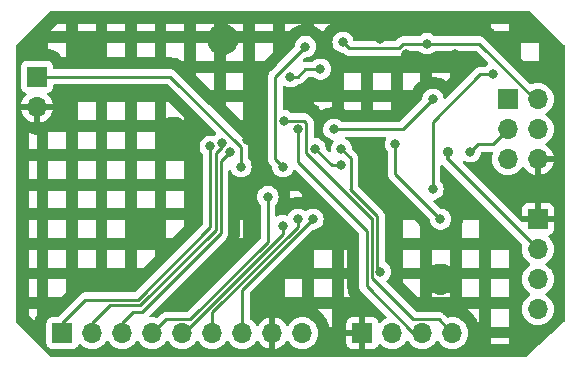
<source format=gbl>
%TF.GenerationSoftware,KiCad,Pcbnew,8.0.6*%
%TF.CreationDate,2024-11-27T00:55:28-08:00*%
%TF.ProjectId,Project 3 MCUdatalogger,50726f6a-6563-4742-9033-204d43556461,1*%
%TF.SameCoordinates,Original*%
%TF.FileFunction,Copper,L2,Bot*%
%TF.FilePolarity,Positive*%
%FSLAX46Y46*%
G04 Gerber Fmt 4.6, Leading zero omitted, Abs format (unit mm)*
G04 Created by KiCad (PCBNEW 8.0.6) date 2024-11-27 00:55:28*
%MOMM*%
%LPD*%
G01*
G04 APERTURE LIST*
%TA.AperFunction,ComponentPad*%
%ADD10O,1.700000X1.700000*%
%TD*%
%TA.AperFunction,ComponentPad*%
%ADD11R,1.700000X1.700000*%
%TD*%
%TA.AperFunction,ViaPad*%
%ADD12C,0.800000*%
%TD*%
%TA.AperFunction,ViaPad*%
%ADD13C,0.900000*%
%TD*%
%TA.AperFunction,Conductor*%
%ADD14C,0.250000*%
%TD*%
%TA.AperFunction,Conductor*%
%ADD15C,0.350000*%
%TD*%
G04 APERTURE END LIST*
D10*
%TO.P,J4,6,Pin_6*%
%TO.N,GND*%
X82550000Y-71120000D03*
%TO.P,J4,5,Pin_5*%
%TO.N,/RESET*%
X80010000Y-71120000D03*
%TO.P,J4,4,Pin_4*%
%TO.N,/MOSI*%
X82550000Y-68580000D03*
%TO.P,J4,3,Pin_3*%
%TO.N,/SCK*%
X80010000Y-68580000D03*
%TO.P,J4,2,Pin_2*%
%TO.N,/Vcc*%
X82550000Y-66040000D03*
D11*
%TO.P,J4,1,Pin_1*%
%TO.N,/MISO*%
X80010000Y-66040000D03*
%TD*%
%TO.P,J3,1,Pin_1*%
%TO.N,GND*%
X67691000Y-85852000D03*
D10*
%TO.P,J3,2,Pin_2*%
%TO.N,/Vcc*%
X70231000Y-85852000D03*
%TO.P,J3,3,Pin_3*%
%TO.N,/RX*%
X72771000Y-85852000D03*
%TO.P,J3,4,Pin_4*%
%TO.N,/TX*%
X75311000Y-85852000D03*
%TD*%
D11*
%TO.P,J2,1,Pin_1*%
%TO.N,/D2*%
X42291000Y-85852000D03*
D10*
%TO.P,J2,2,Pin_2*%
%TO.N,/D3*%
X44831000Y-85852000D03*
%TO.P,J2,3,Pin_3*%
%TO.N,/D4*%
X47371000Y-85852000D03*
%TO.P,J2,4,Pin_4*%
%TO.N,/D5*%
X49911000Y-85852000D03*
%TO.P,J2,5,Pin_5*%
%TO.N,/D6*%
X52451000Y-85852000D03*
%TO.P,J2,6,Pin_6*%
%TO.N,/D7*%
X54991000Y-85852000D03*
%TO.P,J2,7,Pin_7*%
%TO.N,/D8*%
X57531000Y-85852000D03*
%TO.P,J2,8,Pin_8*%
%TO.N,GND*%
X60071000Y-85852000D03*
%TO.P,J2,9,Pin_9*%
%TO.N,/Vcc*%
X62611000Y-85852000D03*
%TD*%
%TO.P,J1,4,Pin_4*%
%TO.N,/SCK*%
X82550000Y-83820000D03*
%TO.P,J1,3,Pin_3*%
%TO.N,/SDA*%
X82550000Y-81280000D03*
%TO.P,J1,2,Pin_2*%
%TO.N,/Vcc*%
X82550000Y-78740000D03*
D11*
%TO.P,J1,1,Pin_1*%
%TO.N,GND*%
X82550000Y-76200000D03*
%TD*%
%TO.P,BT1,1,+*%
%TO.N,/Vcc*%
X40132000Y-64135000D03*
D10*
%TO.P,BT1,2,-*%
%TO.N,GND*%
X40132000Y-66675000D03*
%TD*%
D12*
%TO.N,GND*%
X44450000Y-62738000D03*
X69088000Y-70866000D03*
%TO.N,/RESET*%
X73660000Y-66040000D03*
X65278000Y-68580000D03*
%TO.N,/Vcc*%
X63680000Y-70226347D03*
%TO.N,GND*%
X57933508Y-69537492D03*
%TO.N,/SCK*%
X76835000Y-70485000D03*
%TO.N,GND*%
X55880000Y-60960000D03*
%TO.N,/D2*%
X54805153Y-70045153D03*
%TO.N,/D3*%
X55807891Y-69777891D03*
%TO.N,/D4*%
X56515000Y-70485000D03*
%TO.N,/D5*%
X59690000Y-74295000D03*
%TO.N,/D6*%
X60960000Y-76745000D03*
%TO.N,/D7*%
X62230000Y-76200000D03*
%TO.N,/D8*%
X63500000Y-76200000D03*
%TO.N,/SDA*%
X64135000Y-63500000D03*
X61595000Y-64135000D03*
%TO.N,/Vcc*%
X57404000Y-71755000D03*
%TO.N,/MISO*%
X73660000Y-73660000D03*
X78740000Y-63940000D03*
%TO.N,Net-(U4-PB7)*%
X60960000Y-71755000D03*
X62865000Y-61595000D03*
%TO.N,/Vcc*%
X73152000Y-61341000D03*
X66045000Y-61214000D03*
X65913000Y-71628000D03*
%TO.N,/TX*%
X61050000Y-67855000D03*
%TO.N,/RX*%
X62230000Y-68580000D03*
%TO.N,Net-(U4-AREF)*%
X65913000Y-70250000D03*
X69215000Y-80645000D03*
%TO.N,GND*%
X74295000Y-81280000D03*
%TO.N,/SDA*%
X70485000Y-69850000D03*
X74295000Y-76200000D03*
D13*
%TO.N,/Vcc*%
X74930000Y-70485000D03*
D12*
%TO.N,GND*%
X75565000Y-62230000D03*
X69215000Y-60960000D03*
X71374000Y-62230000D03*
X51700864Y-68845864D03*
X48895000Y-77470000D03*
%TD*%
D14*
%TO.N,/Vcc*%
X77597000Y-61341000D02*
X73152000Y-61341000D01*
X82296000Y-66040000D02*
X77597000Y-61341000D01*
X82550000Y-66040000D02*
X82296000Y-66040000D01*
%TO.N,Net-(U4-AREF)*%
X66688000Y-73647000D02*
X66675698Y-73659302D01*
X66688000Y-71025000D02*
X66688000Y-73647000D01*
X65913000Y-70250000D02*
X66688000Y-71025000D01*
X68961000Y-75944604D02*
X66675698Y-73659302D01*
%TO.N,/Vcc*%
X70772984Y-61735000D02*
X66566000Y-61735000D01*
X71166984Y-61341000D02*
X70772984Y-61735000D01*
X66566000Y-61735000D02*
X66045000Y-61214000D01*
X73152000Y-61341000D02*
X71166984Y-61341000D01*
%TO.N,/TX*%
X62905000Y-70578000D02*
X68437000Y-76110000D01*
X68437000Y-76110000D02*
X68490000Y-76110000D01*
X62905000Y-69905331D02*
X62905000Y-70578000D01*
X62955000Y-69855331D02*
X62905000Y-69905331D01*
X62955000Y-68035000D02*
X62955000Y-69855331D01*
%TO.N,/RX*%
X62230000Y-71374000D02*
X62230000Y-68580000D01*
X68040000Y-81883000D02*
X68040000Y-77184000D01*
X72009000Y-85852000D02*
X68040000Y-81883000D01*
X68040000Y-77184000D02*
X62230000Y-71374000D01*
X72771000Y-85852000D02*
X72009000Y-85852000D01*
%TO.N,/Vcc*%
X65081653Y-71628000D02*
X63680000Y-70226347D01*
X65913000Y-71628000D02*
X65081653Y-71628000D01*
%TO.N,GND*%
X57933508Y-69537492D02*
X57968354Y-69502646D01*
%TO.N,/Vcc*%
X51430000Y-64130000D02*
X40137000Y-64130000D01*
X57404000Y-70104000D02*
X51430000Y-64130000D01*
X40137000Y-64130000D02*
X40132000Y-64135000D01*
X57404000Y-71755000D02*
X57404000Y-70104000D01*
%TO.N,/TX*%
X68490000Y-81188604D02*
X68490000Y-76110000D01*
X62955000Y-68035000D02*
X62775000Y-67855000D01*
X71978396Y-84677000D02*
X68490000Y-81188604D01*
X74136000Y-84677000D02*
X71978396Y-84677000D01*
X62775000Y-67855000D02*
X61050000Y-67855000D01*
X75311000Y-85852000D02*
X74136000Y-84677000D01*
%TO.N,/D4*%
X49032701Y-84063299D02*
X55705153Y-77390847D01*
X48260000Y-84063299D02*
X49032701Y-84063299D01*
X47371000Y-84952299D02*
X48260000Y-84063299D01*
X55705153Y-77390847D02*
X55705153Y-71294847D01*
X47371000Y-85852000D02*
X47371000Y-84952299D01*
X55705153Y-71294847D02*
X56515000Y-70485000D01*
%TO.N,/D3*%
X55255153Y-70620458D02*
X55807891Y-70067720D01*
X55255153Y-77078847D02*
X55255153Y-70620458D01*
X46318299Y-83465000D02*
X48869000Y-83465000D01*
X44831000Y-84952299D02*
X46318299Y-83465000D01*
X55807891Y-70067720D02*
X55807891Y-69777891D01*
X44831000Y-85852000D02*
X44831000Y-84952299D01*
X48869000Y-83465000D02*
X55255153Y-77078847D01*
%TO.N,/D5*%
X53115208Y-84677000D02*
X59690000Y-78102208D01*
X59690000Y-78102208D02*
X59690000Y-74295000D01*
X49911000Y-85852000D02*
X51086000Y-84677000D01*
X51086000Y-84677000D02*
X53115208Y-84677000D01*
%TO.N,/D6*%
X52576604Y-85852000D02*
X60960000Y-77468604D01*
X52451000Y-85852000D02*
X52576604Y-85852000D01*
%TO.N,/D8*%
X63500000Y-76201396D02*
X63500000Y-76200000D01*
X57531000Y-85852000D02*
X57531000Y-82170396D01*
%TO.N,/D7*%
X62230000Y-76835000D02*
X62230000Y-76200000D01*
X54991000Y-85852000D02*
X54991000Y-84074000D01*
%TO.N,/D8*%
X57531000Y-82170396D02*
X63500000Y-76201396D01*
%TO.N,/D7*%
X54991000Y-84074000D02*
X62230000Y-76835000D01*
%TO.N,/D2*%
X54805153Y-76892451D02*
X54805153Y-70045153D01*
X44228299Y-83015000D02*
X48682604Y-83015000D01*
X42291000Y-85852000D02*
X42291000Y-84952299D01*
X48682604Y-83015000D02*
X54805153Y-76892451D01*
X42291000Y-84952299D02*
X44228299Y-83015000D01*
%TO.N,/D6*%
X60960000Y-77468604D02*
X60960000Y-76745000D01*
%TO.N,Net-(U4-AREF)*%
X68961000Y-80391000D02*
X68961000Y-75944604D01*
X69215000Y-80645000D02*
X68961000Y-80391000D01*
%TO.N,/RESET*%
X71120000Y-68580000D02*
X73660000Y-66040000D01*
X65278000Y-68580000D02*
X71120000Y-68580000D01*
%TO.N,/SCK*%
X78740000Y-69850000D02*
X80010000Y-68580000D01*
X77470000Y-69850000D02*
X78740000Y-69850000D01*
X76835000Y-70485000D02*
X77470000Y-69850000D01*
%TO.N,/SDA*%
X62865000Y-63500000D02*
X64135000Y-63500000D01*
X61595000Y-64135000D02*
X62230000Y-64135000D01*
X62230000Y-64135000D02*
X62865000Y-63500000D01*
%TO.N,/MISO*%
X73660000Y-67945000D02*
X73660000Y-73660000D01*
X77665000Y-63940000D02*
X73660000Y-67945000D01*
X78740000Y-63940000D02*
X77665000Y-63940000D01*
%TO.N,Net-(U4-PB7)*%
X60325000Y-71120000D02*
X60960000Y-71755000D01*
X60325000Y-64135000D02*
X60325000Y-71120000D01*
X62865000Y-61595000D02*
X60325000Y-64135000D01*
%TO.N,/TX*%
X60960000Y-67945000D02*
X61050000Y-67855000D01*
%TO.N,/SDA*%
X70485000Y-72390000D02*
X70485000Y-69850000D01*
X74295000Y-76200000D02*
X70485000Y-72390000D01*
D15*
%TO.N,/Vcc*%
X74930000Y-71120000D02*
X82550000Y-78740000D01*
X74930000Y-70485000D02*
X74930000Y-71120000D01*
%TD*%
%TA.AperFunction,Conductor*%
%TO.N,GND*%
G36*
X81805215Y-58566685D02*
G01*
X81823971Y-58581472D01*
X84797797Y-61431388D01*
X84832578Y-61491984D01*
X84836000Y-61520914D01*
X84836000Y-84781708D01*
X84816315Y-84848747D01*
X84796107Y-84872824D01*
X81569624Y-87851116D01*
X81507011Y-87882123D01*
X81485517Y-87884000D01*
X41453362Y-87884000D01*
X41386323Y-87864315D01*
X41365681Y-87847681D01*
X38390319Y-84872319D01*
X38356834Y-84810996D01*
X38354000Y-84784638D01*
X38354000Y-84370424D01*
X39478000Y-84370424D01*
X39948879Y-84841303D01*
X39957962Y-84756825D01*
X39959029Y-84749157D01*
X39966936Y-84702971D01*
X39968481Y-84695381D01*
X39982826Y-84634670D01*
X39984842Y-84627191D01*
X39998450Y-84582328D01*
X40000929Y-84574988D01*
X40074587Y-84377498D01*
X40077975Y-84369318D01*
X40100233Y-84320581D01*
X40104000Y-84313056D01*
X40104000Y-83795000D01*
X39478000Y-83795000D01*
X39478000Y-84370424D01*
X38354000Y-84370424D01*
X38354000Y-82797000D01*
X39478000Y-82797000D01*
X40104000Y-82797000D01*
X41102000Y-82797000D01*
X42150322Y-82797000D01*
X42604000Y-82343322D01*
X42604000Y-81295000D01*
X41102000Y-81295000D01*
X41102000Y-82797000D01*
X40104000Y-82797000D01*
X40104000Y-81295000D01*
X39478000Y-81295000D01*
X39478000Y-82797000D01*
X38354000Y-82797000D01*
X38354000Y-80297000D01*
X39478000Y-80297000D01*
X40104000Y-80297000D01*
X41102000Y-80297000D01*
X42604000Y-80297000D01*
X43602000Y-80297000D01*
X45104000Y-80297000D01*
X46102000Y-80297000D01*
X47604000Y-80297000D01*
X48602000Y-80297000D01*
X49104630Y-80297000D01*
X50104000Y-79297630D01*
X50104000Y-78795000D01*
X48602000Y-78795000D01*
X48602000Y-80297000D01*
X47604000Y-80297000D01*
X47604000Y-78795000D01*
X46102000Y-78795000D01*
X46102000Y-80297000D01*
X45104000Y-80297000D01*
X45104000Y-78795000D01*
X43602000Y-78795000D01*
X43602000Y-80297000D01*
X42604000Y-80297000D01*
X42604000Y-78795000D01*
X41102000Y-78795000D01*
X41102000Y-80297000D01*
X40104000Y-80297000D01*
X40104000Y-78795000D01*
X39478000Y-78795000D01*
X39478000Y-80297000D01*
X38354000Y-80297000D01*
X38354000Y-77797000D01*
X39478000Y-77797000D01*
X40104000Y-77797000D01*
X41102000Y-77797000D01*
X42604000Y-77797000D01*
X43602000Y-77797000D01*
X45104000Y-77797000D01*
X46102000Y-77797000D01*
X47604000Y-77797000D01*
X51102000Y-77797000D01*
X51604630Y-77797000D01*
X52604000Y-76797630D01*
X52604000Y-76295000D01*
X51102000Y-76295000D01*
X51102000Y-77797000D01*
X47604000Y-77797000D01*
X47604000Y-77770671D01*
X47591113Y-77725378D01*
X47586908Y-77702885D01*
X47566388Y-77481441D01*
X47566388Y-77458559D01*
X47586908Y-77237115D01*
X47591112Y-77214623D01*
X47604000Y-77169325D01*
X47604000Y-76295000D01*
X46102000Y-76295000D01*
X46102000Y-77797000D01*
X45104000Y-77797000D01*
X45104000Y-76295000D01*
X43602000Y-76295000D01*
X43602000Y-77797000D01*
X42604000Y-77797000D01*
X42604000Y-76295000D01*
X41102000Y-76295000D01*
X41102000Y-77797000D01*
X40104000Y-77797000D01*
X40104000Y-76295000D01*
X39478000Y-76295000D01*
X39478000Y-77797000D01*
X38354000Y-77797000D01*
X38354000Y-75297000D01*
X39478000Y-75297000D01*
X40104000Y-75297000D01*
X41102000Y-75297000D01*
X42604000Y-75297000D01*
X43602000Y-75297000D01*
X45104000Y-75297000D01*
X46102000Y-75297000D01*
X47604000Y-75297000D01*
X48602000Y-75297000D01*
X50104000Y-75297000D01*
X51102000Y-75297000D01*
X52604000Y-75297000D01*
X52604000Y-73795000D01*
X51102000Y-73795000D01*
X51102000Y-75297000D01*
X50104000Y-75297000D01*
X50104000Y-73795000D01*
X48602000Y-73795000D01*
X48602000Y-75297000D01*
X47604000Y-75297000D01*
X47604000Y-73795000D01*
X46102000Y-73795000D01*
X46102000Y-75297000D01*
X45104000Y-75297000D01*
X45104000Y-73795000D01*
X43602000Y-73795000D01*
X43602000Y-75297000D01*
X42604000Y-75297000D01*
X42604000Y-73795000D01*
X41102000Y-73795000D01*
X41102000Y-75297000D01*
X40104000Y-75297000D01*
X40104000Y-73795000D01*
X39478000Y-73795000D01*
X39478000Y-75297000D01*
X38354000Y-75297000D01*
X38354000Y-72797000D01*
X39478000Y-72797000D01*
X40104000Y-72797000D01*
X41102000Y-72797000D01*
X42604000Y-72797000D01*
X43602000Y-72797000D01*
X45104000Y-72797000D01*
X46102000Y-72797000D01*
X47604000Y-72797000D01*
X48602000Y-72797000D01*
X50104000Y-72797000D01*
X51102000Y-72797000D01*
X52604000Y-72797000D01*
X52604000Y-71295000D01*
X51102000Y-71295000D01*
X51102000Y-72797000D01*
X50104000Y-72797000D01*
X50104000Y-71295000D01*
X48602000Y-71295000D01*
X48602000Y-72797000D01*
X47604000Y-72797000D01*
X47604000Y-71295000D01*
X46102000Y-71295000D01*
X46102000Y-72797000D01*
X45104000Y-72797000D01*
X45104000Y-71295000D01*
X43602000Y-71295000D01*
X43602000Y-72797000D01*
X42604000Y-72797000D01*
X42604000Y-71295000D01*
X41102000Y-71295000D01*
X41102000Y-72797000D01*
X40104000Y-72797000D01*
X40104000Y-71295000D01*
X39478000Y-71295000D01*
X39478000Y-72797000D01*
X38354000Y-72797000D01*
X38354000Y-70297000D01*
X39478000Y-70297000D01*
X40104000Y-70297000D01*
X40104000Y-68993564D01*
X39907969Y-69032558D01*
X39851685Y-69030716D01*
X39478000Y-68930589D01*
X39478000Y-70297000D01*
X38354000Y-70297000D01*
X38354000Y-68813412D01*
X41102000Y-68813412D01*
X41102000Y-70297000D01*
X42604000Y-70297000D01*
X43602000Y-70297000D01*
X45104000Y-70297000D01*
X46102000Y-70297000D01*
X47604000Y-70297000D01*
X48602000Y-70297000D01*
X50104000Y-70297000D01*
X50104000Y-68795000D01*
X48602000Y-68795000D01*
X48602000Y-70297000D01*
X47604000Y-70297000D01*
X47604000Y-68795000D01*
X46102000Y-68795000D01*
X46102000Y-70297000D01*
X45104000Y-70297000D01*
X45104000Y-68795000D01*
X43602000Y-68795000D01*
X43602000Y-70297000D01*
X42604000Y-70297000D01*
X42604000Y-68795000D01*
X41141486Y-68795000D01*
X41102000Y-68813412D01*
X38354000Y-68813412D01*
X38354000Y-63237135D01*
X38781500Y-63237135D01*
X38781500Y-65032870D01*
X38781501Y-65032876D01*
X38787908Y-65092483D01*
X38838202Y-65227328D01*
X38838206Y-65227335D01*
X38924452Y-65342544D01*
X38924455Y-65342547D01*
X39039664Y-65428793D01*
X39039671Y-65428797D01*
X39039674Y-65428798D01*
X39171598Y-65478002D01*
X39227531Y-65519873D01*
X39251949Y-65585337D01*
X39237098Y-65653610D01*
X39215947Y-65681865D01*
X39093886Y-65803926D01*
X38958400Y-65997420D01*
X38958399Y-65997422D01*
X38858570Y-66211507D01*
X38858567Y-66211513D01*
X38801364Y-66424999D01*
X38801364Y-66425000D01*
X39698988Y-66425000D01*
X39666075Y-66482007D01*
X39632000Y-66609174D01*
X39632000Y-66740826D01*
X39666075Y-66867993D01*
X39698988Y-66925000D01*
X38801364Y-66925000D01*
X38858567Y-67138486D01*
X38858570Y-67138492D01*
X38958399Y-67352578D01*
X39093894Y-67546082D01*
X39260917Y-67713105D01*
X39454421Y-67848600D01*
X39668507Y-67948429D01*
X39668516Y-67948433D01*
X39882000Y-68005634D01*
X39882000Y-67108012D01*
X39939007Y-67140925D01*
X40066174Y-67175000D01*
X40197826Y-67175000D01*
X40324993Y-67140925D01*
X40382000Y-67108012D01*
X40382000Y-68005633D01*
X40595483Y-67948433D01*
X40595492Y-67948429D01*
X40809578Y-67848600D01*
X40883269Y-67797000D01*
X43602000Y-67797000D01*
X45104000Y-67797000D01*
X46102000Y-67797000D01*
X47604000Y-67797000D01*
X48602000Y-67797000D01*
X50104000Y-67797000D01*
X50104000Y-67659850D01*
X51102000Y-67659850D01*
X51118892Y-67651439D01*
X51326268Y-67571101D01*
X51348277Y-67564839D01*
X51566883Y-67523975D01*
X51589668Y-67521864D01*
X51812060Y-67521864D01*
X51834845Y-67523975D01*
X52053451Y-67564839D01*
X52075460Y-67571101D01*
X52282836Y-67651439D01*
X52303320Y-67661639D01*
X52492402Y-67778714D01*
X52510663Y-67792504D01*
X52515595Y-67797000D01*
X52604000Y-67797000D01*
X52604000Y-67599974D01*
X51299026Y-66295000D01*
X51102000Y-66295000D01*
X51102000Y-67659850D01*
X50104000Y-67659850D01*
X50104000Y-66295000D01*
X48602000Y-66295000D01*
X48602000Y-67797000D01*
X47604000Y-67797000D01*
X47604000Y-66295000D01*
X46102000Y-66295000D01*
X46102000Y-67797000D01*
X45104000Y-67797000D01*
X45104000Y-66295000D01*
X43602000Y-66295000D01*
X43602000Y-67797000D01*
X40883269Y-67797000D01*
X41003082Y-67713105D01*
X41170105Y-67546082D01*
X41305600Y-67352578D01*
X41405429Y-67138492D01*
X41405432Y-67138486D01*
X41462636Y-66925000D01*
X40565012Y-66925000D01*
X40597925Y-66867993D01*
X40632000Y-66740826D01*
X40632000Y-66609174D01*
X40597925Y-66482007D01*
X40565012Y-66425000D01*
X41462636Y-66425000D01*
X41462635Y-66424999D01*
X41405432Y-66211513D01*
X41405429Y-66211507D01*
X41305600Y-65997422D01*
X41305599Y-65997420D01*
X41170113Y-65803926D01*
X41170108Y-65803920D01*
X41048053Y-65681865D01*
X41014568Y-65620542D01*
X41019552Y-65550850D01*
X41061424Y-65494917D01*
X41092400Y-65478002D01*
X41224331Y-65428796D01*
X41339546Y-65342546D01*
X41425796Y-65227331D01*
X41476091Y-65092483D01*
X41482500Y-65032873D01*
X41482500Y-64879500D01*
X41502185Y-64812461D01*
X41554989Y-64766706D01*
X41606500Y-64755500D01*
X51119548Y-64755500D01*
X51186587Y-64775185D01*
X51207229Y-64791819D01*
X55283769Y-68868359D01*
X55317254Y-68929682D01*
X55312270Y-68999374D01*
X55270398Y-69055307D01*
X55268974Y-69056358D01*
X55202020Y-69105002D01*
X55171406Y-69139002D01*
X55111918Y-69175649D01*
X55053478Y-69177318D01*
X55024027Y-69171058D01*
X54899799Y-69144653D01*
X54710507Y-69144653D01*
X54678050Y-69151551D01*
X54525350Y-69184008D01*
X54525345Y-69184010D01*
X54352423Y-69261001D01*
X54352418Y-69261004D01*
X54199282Y-69372264D01*
X54072619Y-69512938D01*
X53977974Y-69676868D01*
X53977971Y-69676875D01*
X53928932Y-69827804D01*
X53919479Y-69856897D01*
X53899693Y-70045153D01*
X53919479Y-70233409D01*
X53919480Y-70233412D01*
X53977971Y-70413430D01*
X53977974Y-70413437D01*
X54072620Y-70577369D01*
X54111006Y-70620000D01*
X54147803Y-70660868D01*
X54178033Y-70723859D01*
X54179653Y-70743840D01*
X54179653Y-76581999D01*
X54159968Y-76649038D01*
X54143334Y-76669680D01*
X48459833Y-82353181D01*
X48398510Y-82386666D01*
X48372152Y-82389500D01*
X44296040Y-82389500D01*
X44296020Y-82389499D01*
X44289906Y-82389499D01*
X44166693Y-82389499D01*
X44065896Y-82409548D01*
X44065891Y-82409548D01*
X44045848Y-82413536D01*
X44045846Y-82413536D01*
X43998696Y-82433067D01*
X43932018Y-82460685D01*
X43932016Y-82460686D01*
X43829565Y-82529141D01*
X43829562Y-82529144D01*
X41893526Y-84465181D01*
X41832203Y-84498666D01*
X41805845Y-84501500D01*
X41393129Y-84501500D01*
X41393123Y-84501501D01*
X41333516Y-84507908D01*
X41198671Y-84558202D01*
X41198664Y-84558206D01*
X41083455Y-84644452D01*
X41083452Y-84644455D01*
X40997206Y-84759664D01*
X40997202Y-84759671D01*
X40946908Y-84894517D01*
X40940501Y-84954116D01*
X40940500Y-84954135D01*
X40940500Y-86749870D01*
X40940501Y-86749876D01*
X40946908Y-86809483D01*
X40997202Y-86944328D01*
X40997206Y-86944335D01*
X41083452Y-87059544D01*
X41083455Y-87059547D01*
X41198664Y-87145793D01*
X41198671Y-87145797D01*
X41333517Y-87196091D01*
X41333516Y-87196091D01*
X41340444Y-87196835D01*
X41393127Y-87202500D01*
X43188872Y-87202499D01*
X43248483Y-87196091D01*
X43383331Y-87145796D01*
X43498546Y-87059546D01*
X43584796Y-86944331D01*
X43633810Y-86812916D01*
X43675681Y-86756984D01*
X43741145Y-86732566D01*
X43809418Y-86747417D01*
X43837673Y-86768569D01*
X43959599Y-86890495D01*
X44056384Y-86958265D01*
X44153165Y-87026032D01*
X44153167Y-87026033D01*
X44153170Y-87026035D01*
X44367337Y-87125903D01*
X44595592Y-87187063D01*
X44772034Y-87202500D01*
X44830999Y-87207659D01*
X44831000Y-87207659D01*
X44831001Y-87207659D01*
X44889966Y-87202500D01*
X45066408Y-87187063D01*
X45294663Y-87125903D01*
X45508830Y-87026035D01*
X45702401Y-86890495D01*
X45869495Y-86723401D01*
X45999425Y-86537842D01*
X46054002Y-86494217D01*
X46123500Y-86487023D01*
X46185855Y-86518546D01*
X46202575Y-86537842D01*
X46332500Y-86723395D01*
X46332505Y-86723401D01*
X46499599Y-86890495D01*
X46596384Y-86958265D01*
X46693165Y-87026032D01*
X46693167Y-87026033D01*
X46693170Y-87026035D01*
X46907337Y-87125903D01*
X47135592Y-87187063D01*
X47312034Y-87202500D01*
X47370999Y-87207659D01*
X47371000Y-87207659D01*
X47371001Y-87207659D01*
X47429966Y-87202500D01*
X47606408Y-87187063D01*
X47834663Y-87125903D01*
X48048830Y-87026035D01*
X48242401Y-86890495D01*
X48409495Y-86723401D01*
X48539425Y-86537842D01*
X48594002Y-86494217D01*
X48663500Y-86487023D01*
X48725855Y-86518546D01*
X48742575Y-86537842D01*
X48872500Y-86723395D01*
X48872505Y-86723401D01*
X49039599Y-86890495D01*
X49136384Y-86958265D01*
X49233165Y-87026032D01*
X49233167Y-87026033D01*
X49233170Y-87026035D01*
X49447337Y-87125903D01*
X49675592Y-87187063D01*
X49852034Y-87202500D01*
X49910999Y-87207659D01*
X49911000Y-87207659D01*
X49911001Y-87207659D01*
X49969966Y-87202500D01*
X50146408Y-87187063D01*
X50374663Y-87125903D01*
X50588830Y-87026035D01*
X50782401Y-86890495D01*
X50949495Y-86723401D01*
X51079425Y-86537842D01*
X51134002Y-86494217D01*
X51203500Y-86487023D01*
X51265855Y-86518546D01*
X51282575Y-86537842D01*
X51412500Y-86723395D01*
X51412505Y-86723401D01*
X51579599Y-86890495D01*
X51676384Y-86958265D01*
X51773165Y-87026032D01*
X51773167Y-87026033D01*
X51773170Y-87026035D01*
X51987337Y-87125903D01*
X52215592Y-87187063D01*
X52392034Y-87202500D01*
X52450999Y-87207659D01*
X52451000Y-87207659D01*
X52451001Y-87207659D01*
X52509966Y-87202500D01*
X52686408Y-87187063D01*
X52914663Y-87125903D01*
X53128830Y-87026035D01*
X53322401Y-86890495D01*
X53489495Y-86723401D01*
X53619425Y-86537842D01*
X53674002Y-86494217D01*
X53743500Y-86487023D01*
X53805855Y-86518546D01*
X53822575Y-86537842D01*
X53952500Y-86723395D01*
X53952505Y-86723401D01*
X54119599Y-86890495D01*
X54216384Y-86958265D01*
X54313165Y-87026032D01*
X54313167Y-87026033D01*
X54313170Y-87026035D01*
X54527337Y-87125903D01*
X54755592Y-87187063D01*
X54932034Y-87202500D01*
X54990999Y-87207659D01*
X54991000Y-87207659D01*
X54991001Y-87207659D01*
X55049966Y-87202500D01*
X55226408Y-87187063D01*
X55454663Y-87125903D01*
X55668830Y-87026035D01*
X55862401Y-86890495D01*
X56029495Y-86723401D01*
X56159425Y-86537842D01*
X56214002Y-86494217D01*
X56283500Y-86487023D01*
X56345855Y-86518546D01*
X56362575Y-86537842D01*
X56492500Y-86723395D01*
X56492505Y-86723401D01*
X56659599Y-86890495D01*
X56756384Y-86958265D01*
X56853165Y-87026032D01*
X56853167Y-87026033D01*
X56853170Y-87026035D01*
X57067337Y-87125903D01*
X57295592Y-87187063D01*
X57472034Y-87202500D01*
X57530999Y-87207659D01*
X57531000Y-87207659D01*
X57531001Y-87207659D01*
X57589966Y-87202500D01*
X57766408Y-87187063D01*
X57994663Y-87125903D01*
X58208830Y-87026035D01*
X58402401Y-86890495D01*
X58569495Y-86723401D01*
X58699730Y-86537405D01*
X58754307Y-86493781D01*
X58823805Y-86486587D01*
X58886160Y-86518110D01*
X58902879Y-86537405D01*
X59032890Y-86723078D01*
X59199917Y-86890105D01*
X59393421Y-87025600D01*
X59607507Y-87125429D01*
X59607516Y-87125433D01*
X59821000Y-87182634D01*
X59821000Y-86285012D01*
X59878007Y-86317925D01*
X60005174Y-86352000D01*
X60136826Y-86352000D01*
X60263993Y-86317925D01*
X60321000Y-86285012D01*
X60321000Y-87182633D01*
X60534483Y-87125433D01*
X60534492Y-87125429D01*
X60748578Y-87025600D01*
X60942082Y-86890105D01*
X61109105Y-86723082D01*
X61239119Y-86537405D01*
X61293696Y-86493781D01*
X61363195Y-86486588D01*
X61425549Y-86518110D01*
X61442269Y-86537405D01*
X61572505Y-86723401D01*
X61739599Y-86890495D01*
X61836384Y-86958265D01*
X61933165Y-87026032D01*
X61933167Y-87026033D01*
X61933170Y-87026035D01*
X62147337Y-87125903D01*
X62375592Y-87187063D01*
X62552034Y-87202500D01*
X62610999Y-87207659D01*
X62611000Y-87207659D01*
X62611001Y-87207659D01*
X62669966Y-87202500D01*
X62846408Y-87187063D01*
X63074663Y-87125903D01*
X63288830Y-87026035D01*
X63482401Y-86890495D01*
X63649495Y-86723401D01*
X63785035Y-86529830D01*
X63884903Y-86315663D01*
X63946063Y-86087408D01*
X63966659Y-85852000D01*
X63946063Y-85616592D01*
X63884903Y-85388337D01*
X63785035Y-85174171D01*
X63779731Y-85166595D01*
X63649494Y-84980597D01*
X63482402Y-84813506D01*
X63482395Y-84813501D01*
X63465704Y-84801814D01*
X63436990Y-84781708D01*
X63288834Y-84677967D01*
X63288830Y-84677965D01*
X63242500Y-84656361D01*
X63074663Y-84578097D01*
X63074659Y-84578096D01*
X63074655Y-84578094D01*
X62846413Y-84516938D01*
X62846403Y-84516936D01*
X62611001Y-84496341D01*
X62610999Y-84496341D01*
X62375596Y-84516936D01*
X62375586Y-84516938D01*
X62147344Y-84578094D01*
X62147335Y-84578098D01*
X61933171Y-84677964D01*
X61933169Y-84677965D01*
X61739597Y-84813505D01*
X61572508Y-84980594D01*
X61442269Y-85166595D01*
X61387692Y-85210219D01*
X61318193Y-85217412D01*
X61255839Y-85185890D01*
X61239119Y-85166594D01*
X61109113Y-84980926D01*
X61109108Y-84980920D01*
X60942082Y-84813894D01*
X60748578Y-84678399D01*
X60534492Y-84578570D01*
X60534486Y-84578567D01*
X60321000Y-84521364D01*
X60321000Y-85418988D01*
X60263993Y-85386075D01*
X60136826Y-85352000D01*
X60005174Y-85352000D01*
X59878007Y-85386075D01*
X59821000Y-85418988D01*
X59821000Y-84521364D01*
X59820999Y-84521364D01*
X59607513Y-84578567D01*
X59607507Y-84578570D01*
X59393422Y-84678399D01*
X59393420Y-84678400D01*
X59199926Y-84813886D01*
X59199920Y-84813891D01*
X59032891Y-84980920D01*
X59032890Y-84980922D01*
X58902880Y-85166595D01*
X58848303Y-85210219D01*
X58778804Y-85217412D01*
X58716450Y-85185890D01*
X58699730Y-85166594D01*
X58569494Y-84980597D01*
X58402402Y-84813506D01*
X58402401Y-84813505D01*
X58244542Y-84702971D01*
X58209376Y-84678347D01*
X58165751Y-84623770D01*
X58156500Y-84576772D01*
X58156500Y-83795000D01*
X63754275Y-83795000D01*
X63764209Y-83800171D01*
X63768949Y-83802771D01*
X63806673Y-83824549D01*
X63811302Y-83827358D01*
X63838916Y-83844950D01*
X63843415Y-83847956D01*
X64072678Y-84008488D01*
X64077042Y-84011689D01*
X64103022Y-84031625D01*
X64107243Y-84035012D01*
X64140610Y-84063012D01*
X64144678Y-84066580D01*
X64168794Y-84088680D01*
X64172698Y-84092418D01*
X64370590Y-84290309D01*
X64374330Y-84294216D01*
X64396449Y-84318354D01*
X64400020Y-84322426D01*
X64428018Y-84355795D01*
X64431403Y-84360012D01*
X64451323Y-84385973D01*
X64454521Y-84390335D01*
X64615040Y-84619581D01*
X64618046Y-84624080D01*
X64635628Y-84651679D01*
X64638433Y-84656301D01*
X64660212Y-84694022D01*
X64662814Y-84698765D01*
X64677930Y-84727801D01*
X64680324Y-84732655D01*
X64798598Y-84986292D01*
X64800777Y-84991244D01*
X64813295Y-85021465D01*
X64815253Y-85026500D01*
X64830154Y-85067432D01*
X64831895Y-85072560D01*
X64841744Y-85103795D01*
X64843259Y-85108992D01*
X64893634Y-85297000D01*
X65104000Y-85297000D01*
X65104000Y-83795000D01*
X63754275Y-83795000D01*
X58156500Y-83795000D01*
X58156500Y-82797000D01*
X61102000Y-82797000D01*
X62604000Y-82797000D01*
X63602000Y-82797000D01*
X65104000Y-82797000D01*
X66102000Y-82797000D01*
X66698148Y-82797000D01*
X66670215Y-82755196D01*
X66642275Y-82713383D01*
X66642245Y-82713337D01*
X66628299Y-82692464D01*
X66623568Y-82682463D01*
X66623568Y-82682464D01*
X66620083Y-82676649D01*
X66617086Y-82671359D01*
X66593982Y-82628135D01*
X66591245Y-82622697D01*
X66575499Y-82589404D01*
X66573033Y-82583840D01*
X66507127Y-82424727D01*
X66504937Y-82419050D01*
X66492530Y-82384375D01*
X66490620Y-82378593D01*
X66476403Y-82331723D01*
X66474782Y-82325866D01*
X66465845Y-82290196D01*
X66464512Y-82284263D01*
X66458070Y-82251893D01*
X66458067Y-82251880D01*
X66430893Y-82115262D01*
X66429852Y-82109262D01*
X66424450Y-82072836D01*
X66423706Y-82066799D01*
X66418903Y-82018030D01*
X66418455Y-82011960D01*
X66416649Y-81975188D01*
X66416500Y-81969105D01*
X66416500Y-81295000D01*
X66102000Y-81295000D01*
X66102000Y-82797000D01*
X65104000Y-82797000D01*
X65104000Y-81295000D01*
X63602000Y-81295000D01*
X63602000Y-82797000D01*
X62604000Y-82797000D01*
X62604000Y-81295000D01*
X61102000Y-81295000D01*
X61102000Y-82797000D01*
X58156500Y-82797000D01*
X58156500Y-82480848D01*
X58176185Y-82413809D01*
X58192819Y-82393167D01*
X60288986Y-80297000D01*
X63602000Y-80297000D01*
X65104000Y-80297000D01*
X66102000Y-80297000D01*
X66416500Y-80297000D01*
X66416500Y-78795000D01*
X66102000Y-78795000D01*
X66102000Y-80297000D01*
X65104000Y-80297000D01*
X65104000Y-78795000D01*
X63602000Y-78795000D01*
X63602000Y-80297000D01*
X60288986Y-80297000D01*
X63449167Y-77136819D01*
X63510490Y-77103334D01*
X63536848Y-77100500D01*
X63594644Y-77100500D01*
X63594646Y-77100500D01*
X63779803Y-77061144D01*
X63952730Y-76984151D01*
X64105871Y-76872888D01*
X64232533Y-76732216D01*
X64327179Y-76568284D01*
X64385674Y-76388256D01*
X64405460Y-76200000D01*
X64385674Y-76011744D01*
X64327179Y-75831716D01*
X64232533Y-75667784D01*
X64105871Y-75527112D01*
X64094432Y-75518801D01*
X63952734Y-75415851D01*
X63952729Y-75415848D01*
X63779807Y-75338857D01*
X63779802Y-75338855D01*
X63634001Y-75307865D01*
X63594646Y-75299500D01*
X63405354Y-75299500D01*
X63372897Y-75306398D01*
X63220197Y-75338855D01*
X63220192Y-75338857D01*
X63047270Y-75415848D01*
X63047265Y-75415851D01*
X62937885Y-75495321D01*
X62872079Y-75518801D01*
X62804025Y-75502975D01*
X62792115Y-75495321D01*
X62682734Y-75415851D01*
X62682729Y-75415848D01*
X62509807Y-75338857D01*
X62509802Y-75338855D01*
X62364001Y-75307865D01*
X62324646Y-75299500D01*
X62135354Y-75299500D01*
X62102897Y-75306398D01*
X61950197Y-75338855D01*
X61950192Y-75338857D01*
X61777270Y-75415848D01*
X61777265Y-75415851D01*
X61624129Y-75527111D01*
X61497465Y-75667785D01*
X61401363Y-75834240D01*
X61350796Y-75882456D01*
X61282189Y-75895679D01*
X61243542Y-75885520D01*
X61239808Y-75883857D01*
X61239802Y-75883855D01*
X61094001Y-75852865D01*
X61054646Y-75844500D01*
X60865354Y-75844500D01*
X60832897Y-75851398D01*
X60680197Y-75883855D01*
X60680192Y-75883857D01*
X60507270Y-75960848D01*
X60501637Y-75964101D01*
X60500145Y-75961517D01*
X60446483Y-75980617D01*
X60378441Y-75964739D01*
X60329785Y-75914595D01*
X60315500Y-75856814D01*
X60315500Y-74993687D01*
X60335185Y-74926648D01*
X60347350Y-74910715D01*
X60365891Y-74890122D01*
X60422533Y-74827216D01*
X60517179Y-74663284D01*
X60575674Y-74483256D01*
X60595460Y-74295000D01*
X60575674Y-74106744D01*
X60517179Y-73926716D01*
X60441133Y-73795000D01*
X61523741Y-73795000D01*
X61532907Y-73823209D01*
X61534751Y-73829435D01*
X61544920Y-73867388D01*
X61546436Y-73873704D01*
X61557303Y-73924839D01*
X61558486Y-73931219D01*
X61564628Y-73970002D01*
X61565475Y-73976437D01*
X61590725Y-74216677D01*
X61591234Y-74223147D01*
X61593290Y-74262372D01*
X61593460Y-74268863D01*
X61593460Y-74321137D01*
X61593290Y-74327628D01*
X61591234Y-74366853D01*
X61590725Y-74373323D01*
X61586964Y-74409103D01*
X61610829Y-74399942D01*
X61616954Y-74397773D01*
X61666674Y-74381620D01*
X61672895Y-74379777D01*
X61710828Y-74369613D01*
X61717140Y-74368098D01*
X61953420Y-74317876D01*
X61959803Y-74316693D01*
X61998582Y-74310551D01*
X62005012Y-74309704D01*
X62057000Y-74304237D01*
X62063477Y-74303727D01*
X62102717Y-74301670D01*
X62109208Y-74301500D01*
X62350792Y-74301500D01*
X62357283Y-74301670D01*
X62396523Y-74303727D01*
X62403000Y-74304237D01*
X62454988Y-74309704D01*
X62461418Y-74310551D01*
X62500197Y-74316693D01*
X62506580Y-74317876D01*
X62604000Y-74338582D01*
X62604000Y-74043974D01*
X62355026Y-73795000D01*
X61523741Y-73795000D01*
X60441133Y-73795000D01*
X60422533Y-73762784D01*
X60295871Y-73622112D01*
X60295870Y-73622111D01*
X60142734Y-73510851D01*
X60142729Y-73510848D01*
X59969807Y-73433857D01*
X59969802Y-73433855D01*
X59824001Y-73402865D01*
X59784646Y-73394500D01*
X59595354Y-73394500D01*
X59562897Y-73401398D01*
X59410197Y-73433855D01*
X59410192Y-73433857D01*
X59237270Y-73510848D01*
X59237265Y-73510851D01*
X59084129Y-73622111D01*
X58957466Y-73762785D01*
X58862821Y-73926715D01*
X58862818Y-73926722D01*
X58829819Y-74028284D01*
X58804326Y-74106744D01*
X58784540Y-74295000D01*
X58804326Y-74483256D01*
X58804327Y-74483259D01*
X58862818Y-74663277D01*
X58862821Y-74663284D01*
X58957467Y-74827216D01*
X59000772Y-74875310D01*
X59032650Y-74910715D01*
X59062880Y-74973706D01*
X59064500Y-74993687D01*
X59064500Y-77791756D01*
X59044815Y-77858795D01*
X59028181Y-77879437D01*
X52892437Y-84015181D01*
X52831114Y-84048666D01*
X52804756Y-84051500D01*
X51024389Y-84051500D01*
X50966515Y-84063012D01*
X50963971Y-84063518D01*
X50903548Y-84075537D01*
X50903543Y-84075538D01*
X50871817Y-84088680D01*
X50856397Y-84095067D01*
X50835834Y-84103584D01*
X50789720Y-84122685D01*
X50789711Y-84122690D01*
X50786399Y-84124904D01*
X50786396Y-84124906D01*
X50687268Y-84191140D01*
X50646262Y-84232147D01*
X50600142Y-84278267D01*
X50600139Y-84278270D01*
X50366646Y-84511762D01*
X50305323Y-84545247D01*
X50246872Y-84543856D01*
X50146413Y-84516938D01*
X50146403Y-84516936D01*
X49911001Y-84496341D01*
X49910999Y-84496341D01*
X49782722Y-84507564D01*
X49714222Y-84493797D01*
X49664038Y-84445182D01*
X49648105Y-84377154D01*
X49671480Y-84311310D01*
X49684227Y-84296361D01*
X56103882Y-77876707D01*
X56103886Y-77876705D01*
X56183591Y-77797000D01*
X57279543Y-77797000D01*
X57604000Y-77797000D01*
X57604000Y-76295000D01*
X57328653Y-76295000D01*
X57328653Y-77476956D01*
X57328504Y-77483038D01*
X57326698Y-77519813D01*
X57326250Y-77525884D01*
X57321447Y-77574653D01*
X57320702Y-77580696D01*
X57315298Y-77617124D01*
X57314257Y-77623119D01*
X57280661Y-77792018D01*
X57279543Y-77797000D01*
X56183591Y-77797000D01*
X56191011Y-77789580D01*
X56225267Y-77738312D01*
X56259465Y-77687133D01*
X56306616Y-77573298D01*
X56330653Y-77452454D01*
X56330653Y-77329240D01*
X56330653Y-72148562D01*
X56350338Y-72081523D01*
X56403142Y-72035768D01*
X56472300Y-72025824D01*
X56535856Y-72054849D01*
X56572583Y-72110243D01*
X56576821Y-72123284D01*
X56671467Y-72287216D01*
X56798129Y-72427888D01*
X56951265Y-72539148D01*
X56951270Y-72539151D01*
X57124192Y-72616142D01*
X57124197Y-72616144D01*
X57309354Y-72655500D01*
X57309355Y-72655500D01*
X57498644Y-72655500D01*
X57498646Y-72655500D01*
X57683803Y-72616144D01*
X57856730Y-72539151D01*
X58009871Y-72427888D01*
X58136533Y-72287216D01*
X58231179Y-72123284D01*
X58289674Y-71943256D01*
X58309460Y-71755000D01*
X58289674Y-71566744D01*
X58231179Y-71386716D01*
X58136533Y-71222784D01*
X58099457Y-71181607D01*
X58061350Y-71139284D01*
X58031120Y-71076292D01*
X58029500Y-71056312D01*
X58029500Y-70042396D01*
X58028677Y-70038259D01*
X58027523Y-70032457D01*
X58027523Y-70032451D01*
X58027522Y-70032452D01*
X58011676Y-69952784D01*
X58011676Y-69952783D01*
X58005464Y-69921554D01*
X58005463Y-69921548D01*
X57979761Y-69859499D01*
X57958312Y-69807715D01*
X57925372Y-69758418D01*
X57922443Y-69754035D01*
X57889856Y-69705264D01*
X57799637Y-69615045D01*
X57799606Y-69615016D01*
X54690616Y-66506026D01*
X56102000Y-66506026D01*
X57392974Y-67797000D01*
X57604000Y-67797000D01*
X57604000Y-66295000D01*
X56102000Y-66295000D01*
X56102000Y-66506026D01*
X54690616Y-66506026D01*
X52190616Y-64006026D01*
X53602000Y-64006026D01*
X54892974Y-65297000D01*
X55104000Y-65297000D01*
X56102000Y-65297000D01*
X57604000Y-65297000D01*
X57604000Y-64073389D01*
X59699500Y-64073389D01*
X59699500Y-71181610D01*
X59711518Y-71242029D01*
X59722055Y-71295000D01*
X59723538Y-71302455D01*
X59735656Y-71331711D01*
X59735657Y-71331713D01*
X59735658Y-71331714D01*
X59760430Y-71391520D01*
X59770689Y-71416289D01*
X59786360Y-71439739D01*
X59786361Y-71439744D01*
X59786363Y-71439744D01*
X59839140Y-71518731D01*
X59839141Y-71518732D01*
X59839142Y-71518733D01*
X59926267Y-71605858D01*
X59926268Y-71605858D01*
X59926268Y-71605859D01*
X60021039Y-71700630D01*
X60054524Y-71761953D01*
X60056678Y-71775343D01*
X60074326Y-71943256D01*
X60074327Y-71943259D01*
X60132818Y-72123277D01*
X60132819Y-72123279D01*
X60132821Y-72123284D01*
X60227467Y-72287216D01*
X60354129Y-72427888D01*
X60507265Y-72539148D01*
X60507270Y-72539151D01*
X60680192Y-72616142D01*
X60680197Y-72616144D01*
X60865354Y-72655500D01*
X60865355Y-72655500D01*
X61054644Y-72655500D01*
X61054646Y-72655500D01*
X61239803Y-72616144D01*
X61412730Y-72539151D01*
X61565871Y-72427888D01*
X61692533Y-72287216D01*
X61787179Y-72123284D01*
X61800064Y-72083627D01*
X61839498Y-72025955D01*
X61903856Y-71998755D01*
X61972702Y-72010667D01*
X62005675Y-72034265D01*
X67378181Y-77406771D01*
X67411666Y-77468094D01*
X67414500Y-77494452D01*
X67414500Y-81944606D01*
X67417131Y-81957834D01*
X67436881Y-82057129D01*
X67438538Y-82065455D01*
X67485685Y-82179280D01*
X67485690Y-82179289D01*
X67519914Y-82230507D01*
X67519915Y-82230509D01*
X67554140Y-82281731D01*
X67554141Y-82281732D01*
X67554142Y-82281733D01*
X67641267Y-82368858D01*
X67641268Y-82368858D01*
X67648335Y-82375925D01*
X67648334Y-82375925D01*
X67648338Y-82375928D01*
X69698835Y-84426426D01*
X69732320Y-84487749D01*
X69727336Y-84557441D01*
X69685464Y-84613374D01*
X69663560Y-84626489D01*
X69553168Y-84677966D01*
X69359600Y-84813503D01*
X69237284Y-84935819D01*
X69175961Y-84969303D01*
X69106269Y-84964319D01*
X69050336Y-84922447D01*
X69033421Y-84891470D01*
X68984354Y-84759913D01*
X68984350Y-84759906D01*
X68898190Y-84644812D01*
X68898187Y-84644809D01*
X68783093Y-84558649D01*
X68783086Y-84558645D01*
X68648379Y-84508403D01*
X68648372Y-84508401D01*
X68588844Y-84502000D01*
X67941000Y-84502000D01*
X67941000Y-85418988D01*
X67883993Y-85386075D01*
X67756826Y-85352000D01*
X67625174Y-85352000D01*
X67498007Y-85386075D01*
X67441000Y-85418988D01*
X67441000Y-84502000D01*
X66793155Y-84502000D01*
X66733627Y-84508401D01*
X66733620Y-84508403D01*
X66598913Y-84558645D01*
X66598906Y-84558649D01*
X66483812Y-84644809D01*
X66483809Y-84644812D01*
X66397649Y-84759906D01*
X66397645Y-84759913D01*
X66347403Y-84894620D01*
X66347401Y-84894627D01*
X66341000Y-84954155D01*
X66341000Y-85602000D01*
X67257988Y-85602000D01*
X67225075Y-85659007D01*
X67191000Y-85786174D01*
X67191000Y-85917826D01*
X67225075Y-86044993D01*
X67257988Y-86102000D01*
X66341000Y-86102000D01*
X66341000Y-86749844D01*
X66347401Y-86809372D01*
X66347403Y-86809379D01*
X66397645Y-86944086D01*
X66397649Y-86944093D01*
X66483809Y-87059187D01*
X66483812Y-87059190D01*
X66598906Y-87145350D01*
X66598913Y-87145354D01*
X66733620Y-87195596D01*
X66733627Y-87195598D01*
X66793155Y-87201999D01*
X66793172Y-87202000D01*
X67441000Y-87202000D01*
X67441000Y-86285012D01*
X67498007Y-86317925D01*
X67625174Y-86352000D01*
X67756826Y-86352000D01*
X67883993Y-86317925D01*
X67941000Y-86285012D01*
X67941000Y-87202000D01*
X68588828Y-87202000D01*
X68588844Y-87201999D01*
X68648372Y-87195598D01*
X68648379Y-87195596D01*
X68783086Y-87145354D01*
X68783093Y-87145350D01*
X68898187Y-87059190D01*
X68898190Y-87059187D01*
X68984350Y-86944093D01*
X68984354Y-86944086D01*
X69033422Y-86812529D01*
X69075293Y-86756595D01*
X69140757Y-86732178D01*
X69209030Y-86747030D01*
X69237285Y-86768181D01*
X69359599Y-86890495D01*
X69456384Y-86958265D01*
X69553165Y-87026032D01*
X69553167Y-87026033D01*
X69553170Y-87026035D01*
X69767337Y-87125903D01*
X69995592Y-87187063D01*
X70172034Y-87202500D01*
X70230999Y-87207659D01*
X70231000Y-87207659D01*
X70231001Y-87207659D01*
X70289966Y-87202500D01*
X70466408Y-87187063D01*
X70694663Y-87125903D01*
X70908830Y-87026035D01*
X71102401Y-86890495D01*
X71269495Y-86723401D01*
X71399425Y-86537842D01*
X71454002Y-86494217D01*
X71523500Y-86487023D01*
X71585855Y-86518546D01*
X71602575Y-86537842D01*
X71732500Y-86723395D01*
X71732505Y-86723401D01*
X71899599Y-86890495D01*
X71996384Y-86958265D01*
X72093165Y-87026032D01*
X72093167Y-87026033D01*
X72093170Y-87026035D01*
X72307337Y-87125903D01*
X72535592Y-87187063D01*
X72712034Y-87202500D01*
X72770999Y-87207659D01*
X72771000Y-87207659D01*
X72771001Y-87207659D01*
X72829966Y-87202500D01*
X73006408Y-87187063D01*
X73234663Y-87125903D01*
X73448830Y-87026035D01*
X73642401Y-86890495D01*
X73809495Y-86723401D01*
X73939425Y-86537842D01*
X73994002Y-86494217D01*
X74063500Y-86487023D01*
X74125855Y-86518546D01*
X74142575Y-86537842D01*
X74272500Y-86723395D01*
X74272505Y-86723401D01*
X74439599Y-86890495D01*
X74536384Y-86958265D01*
X74633165Y-87026032D01*
X74633167Y-87026033D01*
X74633170Y-87026035D01*
X74847337Y-87125903D01*
X75075592Y-87187063D01*
X75252034Y-87202500D01*
X75310999Y-87207659D01*
X75311000Y-87207659D01*
X75311001Y-87207659D01*
X75369966Y-87202500D01*
X75546408Y-87187063D01*
X75774663Y-87125903D01*
X75988830Y-87026035D01*
X76182401Y-86890495D01*
X76312896Y-86760000D01*
X78602000Y-86760000D01*
X80104000Y-86760000D01*
X80104000Y-86295000D01*
X78602000Y-86295000D01*
X78602000Y-86760000D01*
X76312896Y-86760000D01*
X76349495Y-86723401D01*
X76485035Y-86529830D01*
X76584903Y-86315663D01*
X76646063Y-86087408D01*
X76666659Y-85852000D01*
X76646063Y-85616592D01*
X76584903Y-85388337D01*
X76485035Y-85174171D01*
X76479731Y-85166595D01*
X76349494Y-84980597D01*
X76182402Y-84813506D01*
X76182395Y-84813501D01*
X76165704Y-84801814D01*
X76136990Y-84781708D01*
X75988834Y-84677967D01*
X75988830Y-84677965D01*
X75942500Y-84656361D01*
X75774663Y-84578097D01*
X75774659Y-84578096D01*
X75774655Y-84578094D01*
X75546413Y-84516938D01*
X75546403Y-84516936D01*
X75311001Y-84496341D01*
X75310999Y-84496341D01*
X75075596Y-84516936D01*
X75075586Y-84516938D01*
X74975126Y-84543856D01*
X74905276Y-84542193D01*
X74855352Y-84511762D01*
X74626198Y-84282608D01*
X74626178Y-84282586D01*
X74534733Y-84191141D01*
X74483509Y-84156915D01*
X74435602Y-84124904D01*
X74432286Y-84122688D01*
X74432283Y-84122686D01*
X74432280Y-84122685D01*
X74351792Y-84089347D01*
X74318453Y-84075537D01*
X74308427Y-84073543D01*
X74258029Y-84063518D01*
X74255485Y-84063012D01*
X74197610Y-84051500D01*
X74197607Y-84051500D01*
X74197606Y-84051500D01*
X72288848Y-84051500D01*
X72221809Y-84031815D01*
X72201167Y-84015181D01*
X71980986Y-83795000D01*
X76454275Y-83795000D01*
X76464209Y-83800171D01*
X76468949Y-83802771D01*
X76506673Y-83824549D01*
X76511302Y-83827358D01*
X76538916Y-83844950D01*
X76543415Y-83847956D01*
X76772678Y-84008488D01*
X76777042Y-84011689D01*
X76803022Y-84031625D01*
X76807243Y-84035012D01*
X76840610Y-84063012D01*
X76844678Y-84066580D01*
X76868794Y-84088680D01*
X76872698Y-84092418D01*
X77070590Y-84290309D01*
X77074330Y-84294216D01*
X77096449Y-84318354D01*
X77100020Y-84322426D01*
X77128018Y-84355795D01*
X77131403Y-84360012D01*
X77151323Y-84385973D01*
X77154521Y-84390335D01*
X77315040Y-84619581D01*
X77318046Y-84624080D01*
X77335628Y-84651679D01*
X77338433Y-84656301D01*
X77360212Y-84694022D01*
X77362814Y-84698765D01*
X77377930Y-84727801D01*
X77380324Y-84732655D01*
X77498598Y-84986292D01*
X77500777Y-84991244D01*
X77513295Y-85021465D01*
X77515253Y-85026500D01*
X77530154Y-85067432D01*
X77531895Y-85072560D01*
X77541744Y-85103795D01*
X77543259Y-85108992D01*
X77593634Y-85297000D01*
X77604000Y-85297000D01*
X78602000Y-85297000D01*
X80104000Y-85297000D01*
X80104000Y-83795000D01*
X78602000Y-83795000D01*
X78602000Y-85297000D01*
X77604000Y-85297000D01*
X77604000Y-83795000D01*
X76454275Y-83795000D01*
X71980986Y-83795000D01*
X69739930Y-81553944D01*
X69713002Y-81504630D01*
X71102000Y-81504630D01*
X72394370Y-82797000D01*
X72604000Y-82797000D01*
X72604000Y-82408162D01*
X73602000Y-82408162D01*
X73602000Y-82797000D01*
X75104000Y-82797000D01*
X76102000Y-82797000D01*
X77604000Y-82797000D01*
X78602000Y-82797000D01*
X80104000Y-82797000D01*
X80104000Y-81295000D01*
X78602000Y-81295000D01*
X78602000Y-82797000D01*
X77604000Y-82797000D01*
X77604000Y-81295000D01*
X76102000Y-81295000D01*
X76102000Y-82797000D01*
X75104000Y-82797000D01*
X75104000Y-82333962D01*
X75086538Y-82347150D01*
X74897456Y-82464225D01*
X74876972Y-82474425D01*
X74669596Y-82554763D01*
X74647587Y-82561025D01*
X74428981Y-82601889D01*
X74406196Y-82604000D01*
X74183804Y-82604000D01*
X74161019Y-82601889D01*
X73942413Y-82561025D01*
X73920404Y-82554763D01*
X73713028Y-82474425D01*
X73692544Y-82464225D01*
X73602000Y-82408162D01*
X72604000Y-82408162D01*
X72604000Y-81295000D01*
X71102000Y-81295000D01*
X71102000Y-81504630D01*
X69713002Y-81504630D01*
X69706445Y-81492621D01*
X69711429Y-81422929D01*
X69753301Y-81366996D01*
X69754726Y-81365945D01*
X69758057Y-81363524D01*
X69820871Y-81317888D01*
X69947533Y-81177216D01*
X70042179Y-81013284D01*
X70100674Y-80833256D01*
X70120460Y-80645000D01*
X70100674Y-80456744D01*
X70048770Y-80297000D01*
X71102000Y-80297000D01*
X72604000Y-80297000D01*
X76102000Y-80297000D01*
X77604000Y-80297000D01*
X78602000Y-80297000D01*
X80104000Y-80297000D01*
X80104000Y-78795000D01*
X78602000Y-78795000D01*
X78602000Y-80297000D01*
X77604000Y-80297000D01*
X77604000Y-78795000D01*
X76102000Y-78795000D01*
X76102000Y-80297000D01*
X72604000Y-80297000D01*
X72604000Y-80151837D01*
X73602000Y-80151837D01*
X73692544Y-80095775D01*
X73713028Y-80085575D01*
X73920404Y-80005237D01*
X73942413Y-79998975D01*
X74161019Y-79958111D01*
X74183804Y-79956000D01*
X74406196Y-79956000D01*
X74428981Y-79958111D01*
X74647587Y-79998975D01*
X74669596Y-80005237D01*
X74876972Y-80085575D01*
X74897456Y-80095775D01*
X75086538Y-80212850D01*
X75104000Y-80226037D01*
X75104000Y-78795000D01*
X73602000Y-78795000D01*
X73602000Y-80151837D01*
X72604000Y-80151837D01*
X72604000Y-78795000D01*
X71102000Y-78795000D01*
X71102000Y-80297000D01*
X70048770Y-80297000D01*
X70042179Y-80276716D01*
X69947533Y-80112784D01*
X69820871Y-79972112D01*
X69820870Y-79972111D01*
X69667731Y-79860849D01*
X69660061Y-79857434D01*
X69606825Y-79812182D01*
X69586506Y-79745332D01*
X69586500Y-79744156D01*
X69586500Y-77797000D01*
X71102000Y-77797000D01*
X72604000Y-77797000D01*
X72604000Y-77068100D01*
X72590464Y-77044655D01*
X72587368Y-77038953D01*
X72569545Y-77003976D01*
X72566751Y-76998119D01*
X72545486Y-76950364D01*
X72543001Y-76944365D01*
X72528916Y-76907676D01*
X72526747Y-76901552D01*
X72452093Y-76671791D01*
X72450249Y-76665565D01*
X72445000Y-76645975D01*
X72094025Y-76295000D01*
X71102000Y-76295000D01*
X71102000Y-77797000D01*
X69586500Y-77797000D01*
X69586500Y-75882994D01*
X69584327Y-75872073D01*
X69584326Y-75872067D01*
X69562464Y-75762158D01*
X69562463Y-75762157D01*
X69562463Y-75762153D01*
X69562460Y-75762147D01*
X69562459Y-75762142D01*
X69515314Y-75648322D01*
X69515312Y-75648319D01*
X69515312Y-75648318D01*
X69465987Y-75574500D01*
X69446858Y-75545871D01*
X69446855Y-75545868D01*
X69446853Y-75545865D01*
X69356637Y-75455649D01*
X69356606Y-75455620D01*
X67349819Y-73448833D01*
X67316334Y-73387510D01*
X67313500Y-73361152D01*
X67313500Y-71092741D01*
X67313501Y-71092720D01*
X67313501Y-70963391D01*
X67289464Y-70842553D01*
X67289462Y-70842546D01*
X67281662Y-70823717D01*
X67281661Y-70823714D01*
X67269932Y-70795397D01*
X67242312Y-70728715D01*
X67173858Y-70626267D01*
X67173855Y-70626263D01*
X66851960Y-70304369D01*
X66818475Y-70243046D01*
X66816323Y-70229668D01*
X66798674Y-70061744D01*
X66740179Y-69881716D01*
X66645533Y-69717784D01*
X66518871Y-69577112D01*
X66518870Y-69577111D01*
X66365734Y-69465851D01*
X66365729Y-69465848D01*
X66313915Y-69442779D01*
X66260678Y-69397529D01*
X66240357Y-69330679D01*
X66259403Y-69263456D01*
X66311769Y-69217201D01*
X66364351Y-69205500D01*
X69602520Y-69205500D01*
X69669559Y-69225185D01*
X69715314Y-69277989D01*
X69725258Y-69347147D01*
X69709907Y-69391500D01*
X69657821Y-69481715D01*
X69657818Y-69481722D01*
X69599327Y-69661740D01*
X69599326Y-69661744D01*
X69579540Y-69850000D01*
X69599326Y-70038256D01*
X69599327Y-70038259D01*
X69657818Y-70218277D01*
X69657821Y-70218284D01*
X69752467Y-70382216D01*
X69780579Y-70413437D01*
X69827650Y-70465715D01*
X69857880Y-70528706D01*
X69859500Y-70548687D01*
X69859500Y-72451611D01*
X69883535Y-72572444D01*
X69883540Y-72572461D01*
X69930685Y-72686280D01*
X69930690Y-72686289D01*
X69964914Y-72737507D01*
X69964915Y-72737509D01*
X69999140Y-72788731D01*
X69999141Y-72788732D01*
X69999142Y-72788733D01*
X70086267Y-72875858D01*
X70086268Y-72875858D01*
X70093335Y-72882925D01*
X70093334Y-72882925D01*
X70093338Y-72882928D01*
X73356038Y-76145629D01*
X73389523Y-76206952D01*
X73391678Y-76220348D01*
X73396458Y-76265826D01*
X73409326Y-76388256D01*
X73409327Y-76388259D01*
X73467818Y-76568277D01*
X73467821Y-76568284D01*
X73562467Y-76732216D01*
X73689129Y-76872888D01*
X73842265Y-76984148D01*
X73842270Y-76984151D01*
X74015192Y-77061142D01*
X74015197Y-77061144D01*
X74200354Y-77100500D01*
X74200355Y-77100500D01*
X74389644Y-77100500D01*
X74389646Y-77100500D01*
X74574803Y-77061144D01*
X74747730Y-76984151D01*
X74900871Y-76872888D01*
X74982437Y-76782300D01*
X76102000Y-76782300D01*
X76102000Y-77797000D01*
X77604000Y-77797000D01*
X77604000Y-76295000D01*
X76193972Y-76295000D01*
X76170475Y-76518563D01*
X76169628Y-76524998D01*
X76163486Y-76563781D01*
X76162303Y-76570161D01*
X76151436Y-76621296D01*
X76149920Y-76627612D01*
X76139751Y-76665565D01*
X76137907Y-76671791D01*
X76102000Y-76782300D01*
X74982437Y-76782300D01*
X75027533Y-76732216D01*
X75122179Y-76568284D01*
X75180674Y-76388256D01*
X75200460Y-76200000D01*
X75180674Y-76011744D01*
X75122179Y-75831716D01*
X75027533Y-75667784D01*
X74900871Y-75527112D01*
X74889432Y-75518801D01*
X74747734Y-75415851D01*
X74747729Y-75415848D01*
X74574807Y-75338857D01*
X74574802Y-75338855D01*
X74429001Y-75307865D01*
X74389646Y-75299500D01*
X74389645Y-75299500D01*
X74330453Y-75299500D01*
X74263414Y-75279815D01*
X74242772Y-75263181D01*
X73739190Y-74759599D01*
X73705705Y-74698276D01*
X73710689Y-74628584D01*
X73752561Y-74572651D01*
X73801089Y-74550628D01*
X73939803Y-74521144D01*
X74112730Y-74444151D01*
X74265871Y-74332888D01*
X74392533Y-74192216D01*
X74487179Y-74028284D01*
X74545674Y-73848256D01*
X74565460Y-73660000D01*
X74545674Y-73471744D01*
X74487179Y-73291716D01*
X74392533Y-73127784D01*
X74317350Y-73044284D01*
X74287120Y-72981292D01*
X74285500Y-72961312D01*
X74285500Y-71730163D01*
X74305185Y-71663124D01*
X74357989Y-71617369D01*
X74427147Y-71607425D01*
X74490703Y-71636450D01*
X74497181Y-71642482D01*
X81194819Y-78340120D01*
X81228304Y-78401443D01*
X81226913Y-78459893D01*
X81214939Y-78504583D01*
X81214936Y-78504596D01*
X81194341Y-78739999D01*
X81194341Y-78740000D01*
X81214936Y-78975403D01*
X81214938Y-78975413D01*
X81276094Y-79203655D01*
X81276096Y-79203659D01*
X81276097Y-79203663D01*
X81319915Y-79297630D01*
X81375965Y-79417830D01*
X81375967Y-79417834D01*
X81511501Y-79611395D01*
X81511506Y-79611402D01*
X81678597Y-79778493D01*
X81678603Y-79778498D01*
X81864158Y-79908425D01*
X81907783Y-79963002D01*
X81914977Y-80032500D01*
X81883454Y-80094855D01*
X81864158Y-80111575D01*
X81678597Y-80241505D01*
X81511505Y-80408597D01*
X81375965Y-80602169D01*
X81375964Y-80602171D01*
X81276098Y-80816335D01*
X81276094Y-80816344D01*
X81214938Y-81044586D01*
X81214936Y-81044596D01*
X81194341Y-81279999D01*
X81194341Y-81280000D01*
X81214936Y-81515403D01*
X81214938Y-81515413D01*
X81276094Y-81743655D01*
X81276096Y-81743659D01*
X81276097Y-81743663D01*
X81369798Y-81944604D01*
X81375965Y-81957830D01*
X81375967Y-81957834D01*
X81511501Y-82151395D01*
X81511506Y-82151402D01*
X81678597Y-82318493D01*
X81678603Y-82318498D01*
X81864158Y-82448425D01*
X81907783Y-82503002D01*
X81914977Y-82572500D01*
X81883454Y-82634855D01*
X81864158Y-82651575D01*
X81678597Y-82781505D01*
X81511505Y-82948597D01*
X81375965Y-83142169D01*
X81375964Y-83142171D01*
X81276098Y-83356335D01*
X81276094Y-83356344D01*
X81214938Y-83584586D01*
X81214936Y-83584596D01*
X81194341Y-83819999D01*
X81194341Y-83820000D01*
X81214936Y-84055403D01*
X81214938Y-84055413D01*
X81276094Y-84283655D01*
X81276096Y-84283659D01*
X81276097Y-84283663D01*
X81361327Y-84466438D01*
X81375965Y-84497830D01*
X81375967Y-84497834D01*
X81460730Y-84618887D01*
X81511505Y-84691401D01*
X81678599Y-84858495D01*
X81730044Y-84894517D01*
X81872165Y-84994032D01*
X81872167Y-84994033D01*
X81872170Y-84994035D01*
X82086337Y-85093903D01*
X82314592Y-85155063D01*
X82502918Y-85171539D01*
X82549999Y-85175659D01*
X82550000Y-85175659D01*
X82550001Y-85175659D01*
X82589234Y-85172226D01*
X82785408Y-85155063D01*
X83013663Y-85093903D01*
X83227830Y-84994035D01*
X83421401Y-84858495D01*
X83588495Y-84691401D01*
X83724035Y-84497830D01*
X83823903Y-84283663D01*
X83885063Y-84055408D01*
X83905659Y-83820000D01*
X83885063Y-83584592D01*
X83823903Y-83356337D01*
X83724035Y-83142171D01*
X83655359Y-83044090D01*
X83588494Y-82948597D01*
X83421402Y-82781506D01*
X83421396Y-82781501D01*
X83235842Y-82651575D01*
X83192217Y-82596998D01*
X83185023Y-82527500D01*
X83216546Y-82465145D01*
X83235842Y-82448425D01*
X83285667Y-82413537D01*
X83421401Y-82318495D01*
X83588495Y-82151401D01*
X83724035Y-81957830D01*
X83823903Y-81743663D01*
X83885063Y-81515408D01*
X83905659Y-81280000D01*
X83885063Y-81044592D01*
X83823903Y-80816337D01*
X83724035Y-80602171D01*
X83622207Y-80456744D01*
X83588494Y-80408597D01*
X83421402Y-80241506D01*
X83421396Y-80241501D01*
X83235842Y-80111575D01*
X83192217Y-80056998D01*
X83185023Y-79987500D01*
X83216546Y-79925145D01*
X83235842Y-79908425D01*
X83303787Y-79860849D01*
X83421401Y-79778495D01*
X83588495Y-79611401D01*
X83724035Y-79417830D01*
X83823903Y-79203663D01*
X83885063Y-78975408D01*
X83905659Y-78740000D01*
X83885063Y-78504592D01*
X83823903Y-78276337D01*
X83724035Y-78062171D01*
X83599123Y-77883778D01*
X83588496Y-77868600D01*
X83563014Y-77843118D01*
X83466179Y-77746283D01*
X83432696Y-77684963D01*
X83437680Y-77615271D01*
X83479551Y-77559337D01*
X83510529Y-77542422D01*
X83642086Y-77493354D01*
X83642093Y-77493350D01*
X83757187Y-77407190D01*
X83757190Y-77407187D01*
X83843350Y-77292093D01*
X83843354Y-77292086D01*
X83893596Y-77157379D01*
X83893598Y-77157372D01*
X83899999Y-77097844D01*
X83900000Y-77097827D01*
X83900000Y-76450000D01*
X82983012Y-76450000D01*
X83015925Y-76392993D01*
X83050000Y-76265826D01*
X83050000Y-76134174D01*
X83015925Y-76007007D01*
X82983012Y-75950000D01*
X83900000Y-75950000D01*
X83900000Y-75302172D01*
X83899999Y-75302155D01*
X83893598Y-75242627D01*
X83893596Y-75242620D01*
X83843354Y-75107913D01*
X83843350Y-75107906D01*
X83757190Y-74992812D01*
X83757187Y-74992809D01*
X83642093Y-74906649D01*
X83642086Y-74906645D01*
X83507379Y-74856403D01*
X83507372Y-74856401D01*
X83447844Y-74850000D01*
X82800000Y-74850000D01*
X82800000Y-75766988D01*
X82742993Y-75734075D01*
X82615826Y-75700000D01*
X82484174Y-75700000D01*
X82357007Y-75734075D01*
X82300000Y-75766988D01*
X82300000Y-74850000D01*
X81652155Y-74850000D01*
X81592627Y-74856401D01*
X81592620Y-74856403D01*
X81457913Y-74906645D01*
X81457906Y-74906649D01*
X81342812Y-74992809D01*
X81342809Y-74992812D01*
X81256649Y-75107906D01*
X81256645Y-75107913D01*
X81206403Y-75242620D01*
X81206401Y-75242627D01*
X81200000Y-75302155D01*
X81200000Y-75950000D01*
X82116988Y-75950000D01*
X82084075Y-76007007D01*
X82050000Y-76134174D01*
X82050000Y-76265826D01*
X82084075Y-76392993D01*
X82116988Y-76450000D01*
X81266663Y-76450000D01*
X81199624Y-76430315D01*
X81178982Y-76413681D01*
X76224437Y-71459136D01*
X76190952Y-71397813D01*
X76195936Y-71328121D01*
X76237808Y-71272188D01*
X76303272Y-71247771D01*
X76371545Y-71262623D01*
X76377622Y-71266467D01*
X76382270Y-71269151D01*
X76555192Y-71346142D01*
X76555197Y-71346144D01*
X76740354Y-71385500D01*
X76740355Y-71385500D01*
X76929644Y-71385500D01*
X76929646Y-71385500D01*
X77114803Y-71346144D01*
X77287730Y-71269151D01*
X77440871Y-71157888D01*
X77567533Y-71017216D01*
X77662179Y-70853284D01*
X77720674Y-70673256D01*
X77729788Y-70586537D01*
X77756373Y-70521923D01*
X77813670Y-70481939D01*
X77853109Y-70475500D01*
X78625782Y-70475500D01*
X78692821Y-70495185D01*
X78738576Y-70547989D01*
X78748520Y-70617147D01*
X78738163Y-70651906D01*
X78736099Y-70656330D01*
X78736094Y-70656344D01*
X78674938Y-70884586D01*
X78674936Y-70884596D01*
X78654341Y-71119999D01*
X78654341Y-71120000D01*
X78674936Y-71355403D01*
X78674938Y-71355413D01*
X78736094Y-71583655D01*
X78736096Y-71583659D01*
X78736097Y-71583663D01*
X78815993Y-71755000D01*
X78835965Y-71797830D01*
X78835967Y-71797834D01*
X78937793Y-71943256D01*
X78971505Y-71991401D01*
X79138599Y-72158495D01*
X79235384Y-72226265D01*
X79332165Y-72294032D01*
X79332167Y-72294033D01*
X79332170Y-72294035D01*
X79546337Y-72393903D01*
X79774592Y-72455063D01*
X79962918Y-72471539D01*
X80009999Y-72475659D01*
X80010000Y-72475659D01*
X80010001Y-72475659D01*
X80049234Y-72472226D01*
X80245408Y-72455063D01*
X80473663Y-72393903D01*
X80687830Y-72294035D01*
X80881401Y-72158495D01*
X81048495Y-71991401D01*
X81178730Y-71805405D01*
X81233307Y-71761781D01*
X81302805Y-71754587D01*
X81365160Y-71786110D01*
X81381879Y-71805405D01*
X81511890Y-71991078D01*
X81678917Y-72158105D01*
X81872421Y-72293600D01*
X82086507Y-72393429D01*
X82086516Y-72393433D01*
X82300000Y-72450634D01*
X82300000Y-71553012D01*
X82357007Y-71585925D01*
X82484174Y-71620000D01*
X82615826Y-71620000D01*
X82742993Y-71585925D01*
X82800000Y-71553012D01*
X82800000Y-72450633D01*
X83013483Y-72393433D01*
X83013492Y-72393429D01*
X83227578Y-72293600D01*
X83421082Y-72158105D01*
X83588105Y-71991082D01*
X83723600Y-71797578D01*
X83823429Y-71583492D01*
X83823432Y-71583486D01*
X83880636Y-71370000D01*
X82983012Y-71370000D01*
X83015925Y-71312993D01*
X83050000Y-71185826D01*
X83050000Y-71054174D01*
X83015925Y-70927007D01*
X82983012Y-70870000D01*
X83880636Y-70870000D01*
X83880635Y-70869999D01*
X83823432Y-70656513D01*
X83823429Y-70656507D01*
X83723600Y-70442422D01*
X83723599Y-70442420D01*
X83588113Y-70248926D01*
X83588108Y-70248920D01*
X83421078Y-70081890D01*
X83235405Y-69951879D01*
X83191780Y-69897302D01*
X83184588Y-69827804D01*
X83216110Y-69765449D01*
X83235406Y-69748730D01*
X83279600Y-69717785D01*
X83421401Y-69618495D01*
X83588495Y-69451401D01*
X83724035Y-69257830D01*
X83823903Y-69043663D01*
X83885063Y-68815408D01*
X83905659Y-68580000D01*
X83885063Y-68344592D01*
X83823903Y-68116337D01*
X83724035Y-67902171D01*
X83718425Y-67894158D01*
X83588494Y-67708597D01*
X83421402Y-67541506D01*
X83421396Y-67541501D01*
X83235842Y-67411575D01*
X83192217Y-67356998D01*
X83185023Y-67287500D01*
X83216546Y-67225145D01*
X83235842Y-67208425D01*
X83283578Y-67175000D01*
X83421401Y-67078495D01*
X83588495Y-66911401D01*
X83724035Y-66717830D01*
X83823903Y-66503663D01*
X83885063Y-66275408D01*
X83905659Y-66040000D01*
X83903878Y-66019649D01*
X83885063Y-65804596D01*
X83885063Y-65804592D01*
X83823903Y-65576337D01*
X83724035Y-65362171D01*
X83710295Y-65342547D01*
X83588494Y-65168597D01*
X83421402Y-65001506D01*
X83421395Y-65001501D01*
X83414251Y-64996499D01*
X83356622Y-64956146D01*
X83227834Y-64865967D01*
X83227830Y-64865965D01*
X83136180Y-64823228D01*
X83013663Y-64766097D01*
X83013659Y-64766096D01*
X83013655Y-64766094D01*
X82785413Y-64704938D01*
X82785403Y-64704936D01*
X82550001Y-64684341D01*
X82549999Y-64684341D01*
X82314596Y-64704936D01*
X82314586Y-64704938D01*
X82086344Y-64766094D01*
X82086329Y-64766100D01*
X82042506Y-64786534D01*
X81973428Y-64797025D01*
X81909645Y-64768503D01*
X81902423Y-64761832D01*
X79690615Y-62550025D01*
X81102000Y-62550025D01*
X81348975Y-62797000D01*
X82604000Y-62797000D01*
X82604000Y-61295000D01*
X81102000Y-61295000D01*
X81102000Y-62550025D01*
X79690615Y-62550025D01*
X78089928Y-60949338D01*
X78089925Y-60949334D01*
X78089925Y-60949335D01*
X78082858Y-60942268D01*
X78082858Y-60942267D01*
X77995733Y-60855142D01*
X77929444Y-60810849D01*
X77929445Y-60810849D01*
X77929443Y-60810847D01*
X77893290Y-60786690D01*
X77893281Y-60786685D01*
X77795227Y-60746071D01*
X77779455Y-60739538D01*
X77779453Y-60739537D01*
X77779452Y-60739537D01*
X77719029Y-60727518D01*
X77658610Y-60715500D01*
X77658607Y-60715500D01*
X77658606Y-60715500D01*
X73855748Y-60715500D01*
X73788709Y-60695815D01*
X73763600Y-60674474D01*
X73757873Y-60668114D01*
X73757869Y-60668110D01*
X73604734Y-60556851D01*
X73604729Y-60556848D01*
X73431807Y-60479857D01*
X73431802Y-60479855D01*
X73286001Y-60448865D01*
X73246646Y-60440500D01*
X73057354Y-60440500D01*
X73024897Y-60447398D01*
X72872197Y-60479855D01*
X72872192Y-60479857D01*
X72699270Y-60556848D01*
X72699265Y-60556851D01*
X72546130Y-60668110D01*
X72546126Y-60668114D01*
X72540400Y-60674474D01*
X72480913Y-60711121D01*
X72448252Y-60715500D01*
X71105373Y-60715500D01*
X71044955Y-60727518D01*
X70984532Y-60739537D01*
X70984531Y-60739537D01*
X70984528Y-60739538D01*
X70968757Y-60746071D01*
X70968756Y-60746071D01*
X70870702Y-60786685D01*
X70870693Y-60786690D01*
X70834539Y-60810849D01*
X70834538Y-60810850D01*
X70768252Y-60855140D01*
X70724689Y-60898703D01*
X70681126Y-60942267D01*
X70550212Y-61073181D01*
X70488889Y-61106666D01*
X70462531Y-61109500D01*
X67047979Y-61109500D01*
X66980940Y-61089815D01*
X66935185Y-61037011D01*
X66930048Y-61023818D01*
X66872181Y-60845721D01*
X66872178Y-60845715D01*
X66777533Y-60681784D01*
X66650871Y-60541112D01*
X66650870Y-60541111D01*
X66497734Y-60429851D01*
X66497729Y-60429848D01*
X66324807Y-60352857D01*
X66324802Y-60352855D01*
X66179001Y-60321865D01*
X66139646Y-60313500D01*
X65950354Y-60313500D01*
X65917897Y-60320398D01*
X65765197Y-60352855D01*
X65765192Y-60352857D01*
X65592270Y-60429848D01*
X65592265Y-60429851D01*
X65439129Y-60541111D01*
X65312466Y-60681785D01*
X65217821Y-60845715D01*
X65217818Y-60845722D01*
X65159327Y-61025740D01*
X65159326Y-61025744D01*
X65139540Y-61214000D01*
X65159326Y-61402256D01*
X65159327Y-61402259D01*
X65217818Y-61582277D01*
X65217821Y-61582284D01*
X65312467Y-61746216D01*
X65385049Y-61826826D01*
X65439129Y-61886888D01*
X65592265Y-61998148D01*
X65592270Y-61998151D01*
X65765192Y-62075142D01*
X65765197Y-62075144D01*
X65950354Y-62114500D01*
X66009546Y-62114500D01*
X66076585Y-62134185D01*
X66097227Y-62150819D01*
X66167263Y-62220855D01*
X66167267Y-62220858D01*
X66269707Y-62289307D01*
X66269716Y-62289312D01*
X66290739Y-62298020D01*
X66383548Y-62336463D01*
X66443971Y-62348481D01*
X66504393Y-62360500D01*
X70834591Y-62360500D01*
X70895013Y-62348481D01*
X70955436Y-62336463D01*
X70955439Y-62336461D01*
X70955442Y-62336461D01*
X70988771Y-62322654D01*
X70988770Y-62322654D01*
X70988776Y-62322652D01*
X71069270Y-62289312D01*
X71140824Y-62241500D01*
X71171717Y-62220858D01*
X71258842Y-62133733D01*
X71258844Y-62133729D01*
X71389756Y-62002818D01*
X71451080Y-61969334D01*
X71477437Y-61966500D01*
X72448252Y-61966500D01*
X72515291Y-61986185D01*
X72540400Y-62007526D01*
X72546126Y-62013885D01*
X72546130Y-62013889D01*
X72699265Y-62125148D01*
X72699270Y-62125151D01*
X72872192Y-62202142D01*
X72872197Y-62202144D01*
X73057354Y-62241500D01*
X73057355Y-62241500D01*
X73246644Y-62241500D01*
X73246646Y-62241500D01*
X73431803Y-62202144D01*
X73604730Y-62125151D01*
X73757871Y-62013888D01*
X73760788Y-62010647D01*
X73763600Y-62007526D01*
X73823087Y-61970879D01*
X73855748Y-61966500D01*
X77286548Y-61966500D01*
X77353587Y-61986185D01*
X77374229Y-62002819D01*
X78325749Y-62954339D01*
X78359234Y-63015662D01*
X78354250Y-63085354D01*
X78312378Y-63141287D01*
X78288507Y-63155298D01*
X78287268Y-63155849D01*
X78134130Y-63267110D01*
X78134126Y-63267114D01*
X78128400Y-63273474D01*
X78068913Y-63310121D01*
X78036252Y-63314500D01*
X77603389Y-63314500D01*
X77542971Y-63326518D01*
X77504271Y-63334216D01*
X77482546Y-63338537D01*
X77368716Y-63385687D01*
X77368707Y-63385692D01*
X77266268Y-63454140D01*
X77235594Y-63484815D01*
X77179142Y-63541267D01*
X77179139Y-63541270D01*
X74760219Y-65960189D01*
X74698896Y-65993674D01*
X74629204Y-65988690D01*
X74573271Y-65946818D01*
X74549218Y-65885471D01*
X74545674Y-65851744D01*
X74487179Y-65671716D01*
X74392533Y-65507784D01*
X74265871Y-65367112D01*
X74265870Y-65367111D01*
X74112734Y-65255851D01*
X74112729Y-65255848D01*
X73939807Y-65178857D01*
X73939802Y-65178855D01*
X73794001Y-65147865D01*
X73754646Y-65139500D01*
X73565354Y-65139500D01*
X73532897Y-65146398D01*
X73380197Y-65178855D01*
X73380192Y-65178857D01*
X73207270Y-65255848D01*
X73207265Y-65255851D01*
X73054129Y-65367111D01*
X72927466Y-65507785D01*
X72832821Y-65671715D01*
X72832818Y-65671722D01*
X72789645Y-65804596D01*
X72774326Y-65851744D01*
X72759933Y-65988690D01*
X72756679Y-66019649D01*
X72730094Y-66084263D01*
X72721039Y-66094368D01*
X70897229Y-67918181D01*
X70835906Y-67951666D01*
X70809548Y-67954500D01*
X65981748Y-67954500D01*
X65914709Y-67934815D01*
X65889600Y-67913474D01*
X65883873Y-67907114D01*
X65883869Y-67907110D01*
X65730734Y-67795851D01*
X65730729Y-67795848D01*
X65557807Y-67718857D01*
X65557802Y-67718855D01*
X65412001Y-67687865D01*
X65372646Y-67679500D01*
X65183354Y-67679500D01*
X65150897Y-67686398D01*
X64998197Y-67718855D01*
X64998192Y-67718857D01*
X64825270Y-67795848D01*
X64825265Y-67795851D01*
X64672129Y-67907111D01*
X64545466Y-68047785D01*
X64450821Y-68211715D01*
X64450818Y-68211722D01*
X64407645Y-68344596D01*
X64392326Y-68391744D01*
X64372540Y-68580000D01*
X64392326Y-68768256D01*
X64392327Y-68768259D01*
X64450818Y-68948277D01*
X64450821Y-68948284D01*
X64545467Y-69112216D01*
X64646568Y-69224500D01*
X64672129Y-69252888D01*
X64825265Y-69364148D01*
X64825270Y-69364151D01*
X64998192Y-69441142D01*
X64998193Y-69441142D01*
X64998197Y-69441144D01*
X65150180Y-69473448D01*
X65211661Y-69506640D01*
X65245438Y-69567803D01*
X65240786Y-69637517D01*
X65216550Y-69677709D01*
X65180466Y-69717785D01*
X65085821Y-69881715D01*
X65085818Y-69881722D01*
X65027327Y-70061740D01*
X65027326Y-70061744D01*
X65016787Y-70162022D01*
X65007540Y-70250000D01*
X65020183Y-70370295D01*
X65007613Y-70439025D01*
X64959881Y-70490048D01*
X64892140Y-70507166D01*
X64825899Y-70484943D01*
X64809181Y-70470937D01*
X64618960Y-70280716D01*
X64585475Y-70219393D01*
X64583323Y-70206015D01*
X64565674Y-70038091D01*
X64507179Y-69858063D01*
X64412533Y-69694131D01*
X64285871Y-69553459D01*
X64278706Y-69548253D01*
X64132734Y-69442198D01*
X64132729Y-69442195D01*
X63959807Y-69365204D01*
X63959802Y-69365202D01*
X63797379Y-69330679D01*
X63774646Y-69325847D01*
X63704500Y-69325847D01*
X63637461Y-69306162D01*
X63591706Y-69253358D01*
X63580500Y-69201847D01*
X63580500Y-67973393D01*
X63580499Y-67973392D01*
X63562598Y-67883394D01*
X63561819Y-67879479D01*
X63559584Y-67868239D01*
X63556463Y-67852548D01*
X63519184Y-67762549D01*
X63509313Y-67738718D01*
X63509312Y-67738716D01*
X63498737Y-67722890D01*
X63457811Y-67661639D01*
X63440858Y-67636267D01*
X63402081Y-67597490D01*
X63260859Y-67456269D01*
X63260858Y-67456267D01*
X63173733Y-67369142D01*
X63173729Y-67369139D01*
X63173728Y-67369138D01*
X63120835Y-67333796D01*
X63120833Y-67333795D01*
X63071286Y-67300688D01*
X63071287Y-67300688D01*
X63071285Y-67300687D01*
X63031039Y-67284017D01*
X62990792Y-67267347D01*
X62957453Y-67253537D01*
X62947427Y-67251543D01*
X62897029Y-67241518D01*
X62836610Y-67229500D01*
X62836607Y-67229500D01*
X62836606Y-67229500D01*
X61753748Y-67229500D01*
X61686709Y-67209815D01*
X61661600Y-67188474D01*
X61655873Y-67182114D01*
X61655869Y-67182110D01*
X61502734Y-67070851D01*
X61502729Y-67070848D01*
X61329807Y-66993857D01*
X61329802Y-66993855D01*
X61184001Y-66962865D01*
X61144646Y-66954500D01*
X61074500Y-66954500D01*
X61007461Y-66934815D01*
X60961706Y-66882011D01*
X60950500Y-66830500D01*
X60950500Y-66440288D01*
X63602000Y-66440288D01*
X63941367Y-66580859D01*
X63995770Y-66624700D01*
X64017835Y-66690994D01*
X64015531Y-66719612D01*
X64002267Y-66786291D01*
X64163875Y-66947898D01*
X64168071Y-66952306D01*
X64192804Y-66979594D01*
X64196782Y-66984206D01*
X64214605Y-67005925D01*
X64259813Y-66973081D01*
X64265166Y-66969403D01*
X64298123Y-66948002D01*
X64303658Y-66944610D01*
X64348930Y-66918474D01*
X64354636Y-66915376D01*
X64389617Y-66897554D01*
X64395472Y-66894762D01*
X64454002Y-66868702D01*
X66102000Y-66868702D01*
X66160529Y-66894762D01*
X66166383Y-66897554D01*
X66201364Y-66915376D01*
X66207070Y-66918474D01*
X66252342Y-66944610D01*
X66257877Y-66948002D01*
X66270964Y-66956500D01*
X67604000Y-66956500D01*
X68602000Y-66956500D01*
X70104000Y-66956500D01*
X70104000Y-66295000D01*
X68602000Y-66295000D01*
X68602000Y-66956500D01*
X67604000Y-66956500D01*
X67604000Y-66295000D01*
X66102000Y-66295000D01*
X66102000Y-66868702D01*
X64454002Y-66868702D01*
X64616151Y-66796507D01*
X64622148Y-66794023D01*
X64658829Y-66779942D01*
X64664954Y-66777773D01*
X64714674Y-66761620D01*
X64720895Y-66759777D01*
X64758828Y-66749613D01*
X64765140Y-66748098D01*
X65001420Y-66697876D01*
X65007803Y-66696693D01*
X65046582Y-66690551D01*
X65053012Y-66689704D01*
X65104000Y-66684342D01*
X65104000Y-66295000D01*
X63602000Y-66295000D01*
X63602000Y-66440288D01*
X60950500Y-66440288D01*
X60950500Y-65297000D01*
X66102000Y-65297000D01*
X67604000Y-65297000D01*
X68602000Y-65297000D01*
X70104000Y-65297000D01*
X71102000Y-65297000D01*
X71907477Y-65297000D01*
X71908001Y-65295635D01*
X71910486Y-65289636D01*
X71931751Y-65241881D01*
X71934545Y-65236024D01*
X71952368Y-65201047D01*
X71955463Y-65195346D01*
X72076243Y-64986146D01*
X72079636Y-64980609D01*
X72101035Y-64947658D01*
X72104714Y-64942305D01*
X72135443Y-64900013D01*
X72139394Y-64894864D01*
X72164108Y-64864346D01*
X72168323Y-64859412D01*
X72329962Y-64679894D01*
X72334431Y-64675185D01*
X72362207Y-64647409D01*
X72366917Y-64642939D01*
X72405765Y-64607961D01*
X72410698Y-64603747D01*
X72441221Y-64579029D01*
X72446374Y-64575076D01*
X72604000Y-64460554D01*
X72604000Y-64141500D01*
X73602000Y-64141500D01*
X73780792Y-64141500D01*
X73787283Y-64141670D01*
X73826523Y-64143727D01*
X73833000Y-64144237D01*
X73884988Y-64149704D01*
X73891418Y-64150551D01*
X73930197Y-64156693D01*
X73936580Y-64157876D01*
X74172860Y-64208098D01*
X74179172Y-64209613D01*
X74217105Y-64219777D01*
X74223326Y-64221620D01*
X74273046Y-64237773D01*
X74279171Y-64239942D01*
X74315852Y-64254023D01*
X74321849Y-64256507D01*
X74542528Y-64354762D01*
X74548383Y-64357554D01*
X74583364Y-64375376D01*
X74589070Y-64378474D01*
X74634342Y-64404610D01*
X74639877Y-64408002D01*
X74672834Y-64429403D01*
X74678187Y-64433082D01*
X74792725Y-64516298D01*
X75104000Y-64205024D01*
X75104000Y-63795000D01*
X73602000Y-63795000D01*
X73602000Y-64141500D01*
X72604000Y-64141500D01*
X72604000Y-63795000D01*
X71102000Y-63795000D01*
X71102000Y-65297000D01*
X70104000Y-65297000D01*
X70104000Y-63795000D01*
X68602000Y-63795000D01*
X68602000Y-65297000D01*
X67604000Y-65297000D01*
X67604000Y-63795000D01*
X66102000Y-63795000D01*
X66102000Y-65297000D01*
X60950500Y-65297000D01*
X60950500Y-65023185D01*
X60970185Y-64956146D01*
X61022989Y-64910391D01*
X61092147Y-64900447D01*
X61135373Y-64918087D01*
X61136637Y-64915899D01*
X61142270Y-64919151D01*
X61315192Y-64996142D01*
X61315197Y-64996144D01*
X61500354Y-65035500D01*
X61500355Y-65035500D01*
X61689644Y-65035500D01*
X61689646Y-65035500D01*
X61874803Y-64996144D01*
X62047730Y-64919151D01*
X62200871Y-64807888D01*
X62206695Y-64801418D01*
X62266178Y-64764767D01*
X62286704Y-64760982D01*
X62291594Y-64760500D01*
X62291607Y-64760500D01*
X62363479Y-64746204D01*
X62363480Y-64746204D01*
X62388304Y-64741266D01*
X62412452Y-64736463D01*
X62462496Y-64715734D01*
X62526286Y-64689312D01*
X62577509Y-64655084D01*
X62628733Y-64620858D01*
X62715858Y-64533733D01*
X62715859Y-64533730D01*
X63087773Y-64161817D01*
X63149095Y-64128334D01*
X63175453Y-64125500D01*
X63431252Y-64125500D01*
X63498291Y-64145185D01*
X63523400Y-64166526D01*
X63529126Y-64172885D01*
X63529130Y-64172889D01*
X63682265Y-64284148D01*
X63682270Y-64284151D01*
X63855192Y-64361142D01*
X63855197Y-64361144D01*
X64040354Y-64400500D01*
X64040355Y-64400500D01*
X64229644Y-64400500D01*
X64229646Y-64400500D01*
X64414803Y-64361144D01*
X64587730Y-64284151D01*
X64740871Y-64172888D01*
X64867533Y-64032216D01*
X64962179Y-63868284D01*
X65020674Y-63688256D01*
X65040460Y-63500000D01*
X65020674Y-63311744D01*
X64962179Y-63131716D01*
X64867533Y-62967784D01*
X64740871Y-62827112D01*
X64740870Y-62827111D01*
X64587734Y-62715851D01*
X64587729Y-62715848D01*
X64414807Y-62638857D01*
X64414802Y-62638855D01*
X64269001Y-62607865D01*
X64229646Y-62599500D01*
X64040354Y-62599500D01*
X64007897Y-62606398D01*
X63855197Y-62638855D01*
X63855192Y-62638857D01*
X63682270Y-62715848D01*
X63682265Y-62715851D01*
X63529130Y-62827110D01*
X63529126Y-62827114D01*
X63523400Y-62833474D01*
X63463913Y-62870121D01*
X63431252Y-62874500D01*
X62932741Y-62874500D01*
X62932721Y-62874499D01*
X62926607Y-62874499D01*
X62803394Y-62874499D01*
X62788243Y-62877512D01*
X62718652Y-62871281D01*
X62663477Y-62828415D01*
X62640235Y-62762524D01*
X62656307Y-62694528D01*
X62676368Y-62668221D01*
X62812774Y-62531816D01*
X62874096Y-62498334D01*
X62900453Y-62495500D01*
X62959644Y-62495500D01*
X62959646Y-62495500D01*
X63144803Y-62456144D01*
X63317730Y-62379151D01*
X63470871Y-62267888D01*
X63597533Y-62127216D01*
X63692179Y-61963284D01*
X63750674Y-61783256D01*
X63770460Y-61595000D01*
X63750674Y-61406744D01*
X63692179Y-61226716D01*
X63597533Y-61062784D01*
X63470871Y-60922112D01*
X63470870Y-60922111D01*
X63317734Y-60810851D01*
X63317729Y-60810848D01*
X63144807Y-60733857D01*
X63144802Y-60733855D01*
X62999001Y-60702865D01*
X62959646Y-60694500D01*
X62770354Y-60694500D01*
X62737897Y-60701398D01*
X62585197Y-60733855D01*
X62585192Y-60733857D01*
X62412270Y-60810848D01*
X62412265Y-60810851D01*
X62259129Y-60922111D01*
X62132466Y-61062785D01*
X62037821Y-61226715D01*
X62037818Y-61226722D01*
X61980784Y-61402256D01*
X61979326Y-61406744D01*
X61970367Y-61491984D01*
X61961679Y-61574649D01*
X61935094Y-61639263D01*
X61926039Y-61649368D01*
X60420111Y-63155298D01*
X59926269Y-63649140D01*
X59926267Y-63649142D01*
X59887153Y-63688256D01*
X59839141Y-63736267D01*
X59824920Y-63757549D01*
X59824921Y-63757550D01*
X59770689Y-63838712D01*
X59770687Y-63838716D01*
X59745827Y-63898732D01*
X59745828Y-63898733D01*
X59723536Y-63952549D01*
X59723535Y-63952554D01*
X59713778Y-64001605D01*
X59713779Y-64001606D01*
X59700495Y-64068394D01*
X59700493Y-64068403D01*
X59699500Y-64073389D01*
X57604000Y-64073389D01*
X57604000Y-63795000D01*
X56102000Y-63795000D01*
X56102000Y-65297000D01*
X55104000Y-65297000D01*
X55104000Y-63795000D01*
X53602000Y-63795000D01*
X53602000Y-64006026D01*
X52190616Y-64006026D01*
X51920198Y-63735608D01*
X51920178Y-63735586D01*
X51828733Y-63644141D01*
X51777509Y-63609915D01*
X51726286Y-63575688D01*
X51643185Y-63541267D01*
X51643183Y-63541265D01*
X51612455Y-63528538D01*
X51612453Y-63528537D01*
X51612452Y-63528537D01*
X51552029Y-63516518D01*
X51491610Y-63504500D01*
X51491607Y-63504500D01*
X51491606Y-63504500D01*
X41606499Y-63504500D01*
X41539460Y-63484815D01*
X41493705Y-63432011D01*
X41482499Y-63380500D01*
X41482499Y-63237129D01*
X41482498Y-63237123D01*
X41482497Y-63237116D01*
X41476091Y-63177517D01*
X41468009Y-63155849D01*
X41425797Y-63042671D01*
X41425793Y-63042664D01*
X41339547Y-62927455D01*
X41339544Y-62927452D01*
X41224335Y-62841206D01*
X41224328Y-62841202D01*
X41089482Y-62790908D01*
X41089483Y-62790908D01*
X41029883Y-62784501D01*
X41029881Y-62784500D01*
X41029873Y-62784500D01*
X41029864Y-62784500D01*
X39234129Y-62784500D01*
X39234123Y-62784501D01*
X39174516Y-62790908D01*
X39039671Y-62841202D01*
X39039664Y-62841206D01*
X38924455Y-62927452D01*
X38924452Y-62927455D01*
X38838206Y-63042664D01*
X38838202Y-63042671D01*
X38787908Y-63177517D01*
X38781501Y-63237116D01*
X38781501Y-63237123D01*
X38781500Y-63237135D01*
X38354000Y-63237135D01*
X38354000Y-61789032D01*
X41102000Y-61789032D01*
X41119982Y-61790481D01*
X41123285Y-61790792D01*
X41227175Y-61801962D01*
X41234843Y-61803029D01*
X41281029Y-61810936D01*
X41288619Y-61812481D01*
X41349330Y-61826826D01*
X41356809Y-61828842D01*
X41401672Y-61842450D01*
X41409012Y-61844929D01*
X41606502Y-61918587D01*
X41614682Y-61921975D01*
X41663419Y-61944233D01*
X41671333Y-61948195D01*
X41733923Y-61982372D01*
X41741537Y-61986890D01*
X41786604Y-62015854D01*
X41793874Y-62020902D01*
X41966173Y-62149886D01*
X41973064Y-62155439D01*
X42013549Y-62190519D01*
X42020028Y-62196551D01*
X42070449Y-62246972D01*
X42076481Y-62253451D01*
X42111561Y-62293936D01*
X42117114Y-62300827D01*
X42246098Y-62473126D01*
X42251146Y-62480396D01*
X42267923Y-62506500D01*
X42604000Y-62506500D01*
X46102000Y-62506500D01*
X47604000Y-62506500D01*
X48602000Y-62506500D01*
X50104000Y-62506500D01*
X51102000Y-62506500D01*
X51516106Y-62506500D01*
X51522189Y-62506649D01*
X51558961Y-62508455D01*
X51565031Y-62508903D01*
X51613802Y-62513706D01*
X51619841Y-62514451D01*
X51656270Y-62519854D01*
X51662269Y-62520895D01*
X51746723Y-62537693D01*
X51746725Y-62537694D01*
X51831185Y-62554494D01*
X51837124Y-62555827D01*
X51872854Y-62564777D01*
X51878722Y-62566401D01*
X51925618Y-62580628D01*
X51931395Y-62582537D01*
X51966056Y-62594939D01*
X51971733Y-62597129D01*
X52454270Y-62797000D01*
X52604000Y-62797000D01*
X53602000Y-62797000D01*
X55104000Y-62797000D01*
X55104000Y-62265435D01*
X56102000Y-62265435D01*
X56102000Y-62797000D01*
X57604000Y-62797000D01*
X58602000Y-62797000D01*
X59367025Y-62797000D01*
X60104000Y-62060023D01*
X60104000Y-61295000D01*
X58602000Y-61295000D01*
X58602000Y-62797000D01*
X57604000Y-62797000D01*
X57604000Y-61295000D01*
X57161233Y-61295000D01*
X57123027Y-61429281D01*
X57114761Y-61450619D01*
X57015632Y-61649697D01*
X57003586Y-61669152D01*
X56869564Y-61846625D01*
X56854148Y-61863535D01*
X56689798Y-62013360D01*
X56671538Y-62027150D01*
X56482456Y-62144225D01*
X56461972Y-62154425D01*
X56254596Y-62234763D01*
X56232587Y-62241025D01*
X56102000Y-62265435D01*
X55104000Y-62265435D01*
X55104000Y-62036769D01*
X55088463Y-62027150D01*
X55070202Y-62013360D01*
X54905852Y-61863535D01*
X54890436Y-61846625D01*
X54756414Y-61669152D01*
X54744368Y-61649697D01*
X54645239Y-61450619D01*
X54636973Y-61429281D01*
X54598767Y-61295000D01*
X53602000Y-61295000D01*
X53602000Y-62797000D01*
X52604000Y-62797000D01*
X52604000Y-61295000D01*
X51102000Y-61295000D01*
X51102000Y-62506500D01*
X50104000Y-62506500D01*
X50104000Y-61295000D01*
X48602000Y-61295000D01*
X48602000Y-62506500D01*
X47604000Y-62506500D01*
X47604000Y-61295000D01*
X46102000Y-61295000D01*
X46102000Y-62506500D01*
X42604000Y-62506500D01*
X42604000Y-61295000D01*
X41102000Y-61295000D01*
X41102000Y-61789032D01*
X38354000Y-61789032D01*
X38354000Y-61520914D01*
X38373685Y-61453875D01*
X38392200Y-61431390D01*
X39575912Y-60297000D01*
X41200412Y-60297000D01*
X42604000Y-60297000D01*
X43602000Y-60297000D01*
X45104000Y-60297000D01*
X46102000Y-60297000D01*
X47604000Y-60297000D01*
X48602000Y-60297000D01*
X50104000Y-60297000D01*
X51102000Y-60297000D01*
X52604000Y-60297000D01*
X53602000Y-60297000D01*
X54731074Y-60297000D01*
X54744368Y-60270303D01*
X54756414Y-60250848D01*
X54890436Y-60073375D01*
X54905852Y-60056465D01*
X55070202Y-59906640D01*
X55088462Y-59892850D01*
X55104000Y-59883229D01*
X55104000Y-59671000D01*
X56189924Y-59671000D01*
X56232587Y-59678975D01*
X56254596Y-59685237D01*
X56461972Y-59765575D01*
X56482456Y-59775775D01*
X56671538Y-59892850D01*
X56689798Y-59906640D01*
X56854148Y-60056465D01*
X56869564Y-60073375D01*
X57003586Y-60250848D01*
X57015632Y-60270303D01*
X57028926Y-60297000D01*
X57604000Y-60297000D01*
X58602000Y-60297000D01*
X60104000Y-60297000D01*
X61102000Y-60297000D01*
X61479042Y-60297000D01*
X61534962Y-60234894D01*
X61539431Y-60230185D01*
X61567207Y-60202409D01*
X61571917Y-60197939D01*
X61610765Y-60162961D01*
X61615698Y-60158747D01*
X61646221Y-60134029D01*
X61651374Y-60130076D01*
X61846813Y-59988082D01*
X61852166Y-59984403D01*
X61885123Y-59963002D01*
X61890658Y-59959610D01*
X61935930Y-59933474D01*
X61941636Y-59930376D01*
X61976617Y-59912554D01*
X61982472Y-59909762D01*
X62128003Y-59844966D01*
X63602000Y-59844966D01*
X63747529Y-59909762D01*
X63753383Y-59912554D01*
X63788364Y-59930376D01*
X63794070Y-59933474D01*
X63839342Y-59959610D01*
X63844877Y-59963002D01*
X63877834Y-59984403D01*
X63883187Y-59988082D01*
X64078626Y-60130076D01*
X64083779Y-60134029D01*
X64114302Y-60158747D01*
X64119235Y-60162961D01*
X64158083Y-60197939D01*
X64162793Y-60202409D01*
X64190569Y-60230185D01*
X64195038Y-60234894D01*
X64250958Y-60297000D01*
X64382232Y-60297000D01*
X64461243Y-60160146D01*
X64464636Y-60154609D01*
X64486035Y-60121658D01*
X64489714Y-60116305D01*
X64520443Y-60074013D01*
X64524394Y-60068864D01*
X64549108Y-60038346D01*
X64553323Y-60033412D01*
X64583390Y-60000019D01*
X78602000Y-60000019D01*
X78745802Y-60059585D01*
X78800206Y-60103427D01*
X78822270Y-60169721D01*
X78819966Y-60198339D01*
X78818690Y-60204748D01*
X78946403Y-60290086D01*
X78952181Y-60297000D01*
X80104000Y-60297000D01*
X80104000Y-59671000D01*
X78602000Y-59671000D01*
X78602000Y-60000019D01*
X64583390Y-60000019D01*
X64714962Y-59853894D01*
X64719431Y-59849185D01*
X64747207Y-59821409D01*
X64751917Y-59816939D01*
X64790765Y-59781961D01*
X64795698Y-59777747D01*
X64826221Y-59753029D01*
X64831374Y-59749076D01*
X64938837Y-59671000D01*
X63602000Y-59671000D01*
X63602000Y-59844966D01*
X62128003Y-59844966D01*
X62203151Y-59811507D01*
X62209148Y-59809023D01*
X62245829Y-59794942D01*
X62251954Y-59792773D01*
X62301674Y-59776620D01*
X62307895Y-59774777D01*
X62345828Y-59764613D01*
X62352140Y-59763098D01*
X62588420Y-59712876D01*
X62594803Y-59711693D01*
X62604000Y-59710236D01*
X62604000Y-59671000D01*
X61102000Y-59671000D01*
X61102000Y-60297000D01*
X60104000Y-60297000D01*
X60104000Y-59671000D01*
X58602000Y-59671000D01*
X58602000Y-60297000D01*
X57604000Y-60297000D01*
X57604000Y-59671000D01*
X56189924Y-59671000D01*
X55104000Y-59671000D01*
X53602000Y-59671000D01*
X53602000Y-60297000D01*
X52604000Y-60297000D01*
X52604000Y-59671000D01*
X51102000Y-59671000D01*
X51102000Y-60297000D01*
X50104000Y-60297000D01*
X50104000Y-59671000D01*
X48602000Y-59671000D01*
X48602000Y-60297000D01*
X47604000Y-60297000D01*
X47604000Y-59671000D01*
X46102000Y-59671000D01*
X46102000Y-60297000D01*
X45104000Y-60297000D01*
X45104000Y-59671000D01*
X43602000Y-59671000D01*
X43602000Y-60297000D01*
X42604000Y-60297000D01*
X42604000Y-59671000D01*
X41853630Y-59671000D01*
X41200412Y-60297000D01*
X39575912Y-60297000D01*
X41366028Y-58581472D01*
X41428049Y-58549301D01*
X41451824Y-58547000D01*
X81738176Y-58547000D01*
X81805215Y-58566685D01*
G37*
%TD.AperFunction*%
%TD*%
M02*

</source>
